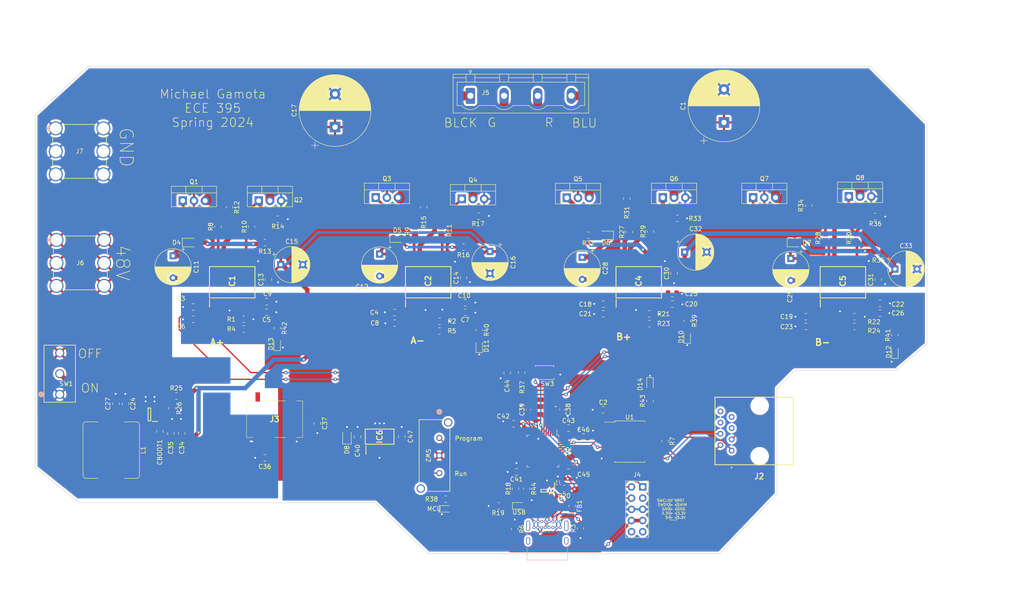
<source format=kicad_pcb>
(kicad_pcb (version 20211014) (generator pcbnew)
  (layers (0 "F.Cu" signal) (31 "B.Cu" signal) (34 "B.Paste" user) (35 "F.Paste" user) (36 "B.SilkS" user "B.Silkscreen") (37 "F.SilkS" user "F.Silkscreen") (38 "B.Mask" user) (39 "F.Mask" user) (44 "Edge.Cuts" user))
  (net 0 "")
  (net 1 "+48V")
  (net 2 "GND")
  (net 3 "3.3V")
  (net 4 "PWM_A1_A")
  (net 5 "PWM_A2_A")
  (net 6 "+5V")
  (net 7 "PWM_A1_B")
  (net 8 "PWM_A2_B")
  (net 9 "VCCA_A1")
  (net 10 "A+")
  (net 11 "VCCA_A2")
  (net 12 "A-")
  (net 13 "VCCB_A1")
  (net 14 "PWM_B1_A")
  (net 15 "PWM_B2_A")
  (net 16 "PWM_B1_B")
  (net 17 "PWM_B2_B")
  (net 18 "MasterPower")
  (net 19 "VCCA_B1")
  (net 20 "B+")
  (net 21 "VCCA_B2")
  (net 22 "B-")
  (net 23 "OSC_IN")
  (net 24 "OSC_OUT")
  (net 25 "3.3_STM")
  (net 26 "RST")
  (net 27 "+3.3V")
  (net 28 "CB")
  (net 29 "SW")
  (net 30 "DOUT_P")
  (net 31 "DOUT_N")
  (net 32 "D-")
  (net 33 "VBUS_USB")
  (net 34 "D+")
  (net 35 "Net-(D2-Pad1)")
  (net 37 "Net-(D4-Pad2)")
  (net 38 "Net-(D5-Pad2)")
  (net 39 "Net-(D6-Pad2)")
  (net 40 "Net-(D7-Pad2)")
  (net 41 "Net-(D9-Pad2)")
  (net 42 "Net-(D10-Pad2)")
  (net 43 "Net-(D11-Pad2)")
  (net 44 "Net-(D12-Pad2)")
  (net 45 "Net-(D13-Pad2)")
  (net 46 "Net-(D14-Pad2)")
  (net 47 "Net-(IC1-Pad5)")
  (net 48 "DT_A1")
  (net 49 "Net-(IC1-Pad10)")
  (net 52 "Net-(IC1-Pad15)")
  (net 53 "Net-(IC2-Pad5)")
  (net 54 "DT_A2")
  (net 55 "Net-(IC2-Pad10)")
  (net 58 "Net-(IC2-Pad15)")
  (net 59 "FB")
  (net 60 "Net-(IC4-Pad5)")
  (net 61 "DT_B1")
  (net 62 "Net-(IC4-Pad10)")
  (net 65 "Net-(IC4-Pad15)")
  (net 66 "Net-(IC5-Pad5)")
  (net 67 "DT_B2")
  (net 68 "Net-(IC5-Pad10)")
  (net 71 "Net-(IC5-Pad15)")
  (net 72 "CANH")
  (net 73 "CANL")
  (net 74 "5VCAN")
  (net 75 "GNDCAN")
  (net 81 "SWCLK")
  (net 82 "SWIM")
  (net 83 "SWDIO")
  (net 86 "Net-(Q2-Pad1)")
  (net 87 "Net-(Q4-Pad1)")
  (net 88 "Net-(Q6-Pad1)")
  (net 89 "Net-(Q8-Pad1)")
  (net 90 "Net-(J1-PadA5)")
  (net 91 "Net-(J1-PadB5)")
  (net 92 "CANRX")
  (net 93 "CANTX")
  (net 105 "VBUS_SENSE")
  (net 115 "Net-(Q1-Pad1)")
  (net 116 "Net-(Q3-Pad1)")
  (net 117 "Net-(Q5-Pad1)")
  (net 118 "Net-(Q7-Pad1)")
  (net 119 "VBUS")
  (net 121 "GND_5V")
  (footprint "Diode_SMD:D_0805_2012Metric" (layer "F.Cu") (at 253 167)
    (fp_text reference "D5")
    (fp_text value "D")
  )
  (footprint "Resistor_SMD:R_0805_2012Metric" (layer "F.Cu") (at 271.4 162 180)
    (fp_text reference "R17")
    (fp_text value "10k")
  )
  (footprint "SamacSys_Parts:SOT230P700X180-4N" (layer "F.Cu") (at 249 212 90)
    (fp_text reference "IC6")
    (fp_text value "TC1264-3.3VDBTR" hide)
  )
  (footprint "Package_TO_SOT_THT:TO-220-3_Vertical" (layer "F.Cu") (at 221.61 158.495)
    (fp_text reference "Q2")
    (fp_text value "IRF740")
  )
  (footprint "Resistor_SMD:R_0805_2012Metric" (layer "F.Cu") (at 310.35 165.5 90)
    (fp_text reference "R29")
    (fp_text value "10")
  )
  (footprint "Capacitor_SMD:C_0805_2012Metric" (layer "F.Cu") (at 277.9 197.52 -90)
    (fp_text reference "C44")
    (fp_text value ".1uF")
  )
  (footprint "Resistor_SMD:R_0805_2012Metric" (layer "F.Cu") (at 318.7 185.75 -90)
    (fp_text reference "R39")
    (fp_text value "330")
  )
  (footprint "screw:CONN_7807_KEY" (layer "F.Cu") (at 175.8 167.4)
    (fp_text reference "J6")
    (fp_text value "7807")
  )
  (footprint "Capacitor_SMD:C_0805_2012Metric" (layer "F.Cu") (at 299.7 181.95)
    (fp_text reference "C18")
    (fp_text value "0.1uF")
  )
  (footprint "Capacitor_SMD:C_0805_2012Metric" (layer "F.Cu") (at 254 212 90)
    (fp_text reference "C47")
    (fp_text value "10uF")
  )
  (footprint "Diode_SMD:D_0805_2012Metric" (layer "F.Cu") (at 300.3 166.35 180)
    (fp_text reference "D6")
    (fp_text value "D")
  )
  (footprint "Capacitor_SMD:C_0603_1608Metric" (layer "F.Cu") (at 282.7 205.874999 90)
    (fp_text reference "C39")
    (fp_text value "10pF")
  )
  (footprint "Package_TO_SOT_THT:TO-220-3_Vertical" (layer "F.Cu") (at 267.61 158.095)
    (fp_text reference "Q4")
    (fp_text value "IRF740")
  )
  (footprint "Resistor_SMD:R_0805_2012Metric" (layer "F.Cu") (at 279.5775 232.9375 -90)
    (fp_text reference "R6")
    (fp_text value "5.11k")
  )
  (footprint "Button_Switch_SMD:SW_Push_SPST_NO_Alps_SKRK" (layer "F.Cu") (at 286.387501 197.47 180)
    (fp_text reference "SW3")
    (fp_text value "SW_Push")
  )
  (footprint "SamacSys_Parts:SOIC127P1030X265-16N" (layer "F.Cu") (at 307.7 177 90)
    (fp_text reference "IC4")
    (fp_text value "NCP51561BADWR2G" hide)
  )
  (footprint "Capacitor_THT:CP_Radial_D16.0mm_P7.50mm" (layer "F.Cu") (at 238.9 141.812755 90)
    (fp_text reference "C17")
    (fp_text value "470uF")
  )
  (footprint "SamacSys_Parts:SOIC127P1030X265-16N" (layer "F.Cu") (at 215.6 177 90)
    (fp_text reference "IC1")
    (fp_text value "NCP51561BADWR2G" hide)
  )
  (footprint "Resistor_SMD:R_0805_2012Metric" (layer "F.Cu") (at 218.2 187.6)
    (fp_text reference "R4")
    (fp_text value "10k")
  )
  (footprint "Package_QFP:LQFP-48_7x7mm_P0.5mm" (layer "F.Cu") (at 285.9875 215.27 -90)
    (fp_text reference "U2")
    (fp_text value "STM32F103C8Tx")
  )
  (footprint "Resistor_SMD:R_0805_2012Metric" (layer "F.Cu") (at 220 164.4 90)
    (fp_text reference "R10")
    (fp_text value "10")
  )
  (footprint "Capacitor_SMD:C_0805_2012Metric" (layer "F.Cu") (at 252.375 183.845)
    (fp_text reference "C4")
    (fp_text value "0.1uF")
  )
  (footprint "Resistor_SMD:R_0805_2012Metric" (layer "F.Cu") (at 282.3 223.8 -90)
    (fp_text reference "R44")
    (fp_text value "82k")
  )
  (footprint "Capacitor_SMD:C_0805_2012Metric" (layer "F.Cu") (at 291.825 220.05)
    (fp_text reference "C45")
    (fp_text value ".1uF")
  )
  (footprint "Capacitor_THT:CP_Radial_D8.0mm_P5.00mm" (layer "F.Cu") (at 274 170 -90)
    (fp_text reference "C16")
    (fp_text value "4.7uF")
  )
  (footprint "Capacitor_SMD:C_0805_2012Metric" (layer "F.Cu") (at 279.375 209.1 180)
    (fp_text reference "C42")
    (fp_text value ".1uF")
  )
  (footprint "Resistor_SMD:R_0805_2012Metric" (layer "F.Cu") (at 310.125 186.375)
    (fp_text reference "R23")
    (fp_text value "10k")
  )
  (footprint "Resistor_SMD:R_0805_2012Metric" (layer "F.Cu") (at 259 160 -90)
    (fp_text reference "R15")
    (fp_text value "10k")
  )
  (footprint "Capacitor_SMD:C_0805_2012Metric" (layer "F.Cu") (at 315.7 175 90)
    (fp_text reference "C30")
    (fp_text value "0.1uF")
  )
  (footprint "Resistor_SMD:R_0805_2012Metric" (layer "F.Cu") (at 257 165.445 90)
    (fp_text reference "R9")
    (fp_text value "10")
  )
  (footprint "Capacitor_THT:CP_Radial_D8.0mm_P5.00mm" (layer "F.Cu") (at 318.097349 170.15)
    (fp_text reference "C32")
    (fp_text value "4.7uF")
  )
  (footprint "Resistor_SMD:R_0805_2012Metric" (layer "F.Cu") (at 263 165.445 90)
    (fp_text reference "R11")
    (fp_text value "10")
  )
  (footprint "switch182:SW3_1825255-1_TEC" (layer "F.Cu") (at 262.5172 212.28495 -90)
    (fp_text reference "SW2")
    (fp_text value "1825255-1")
  )
  (footprint "Resistor_SMD:R_0805_2012Metric" (layer "F.Cu") (at 212.4 164.4 90)
    (fp_text reference "R8")
    (fp_text value "10")
  )
  (footprint "Capacitor_SMD:C_0805_2012Metric" (layer "F.Cu") (at 268.375 181.645 180)
    (fp_text reference "C10")
    (fp_text value "0.1uF")
  )
  (footprint "LED_SMD:LED_0603_1608Metric" (layer "F.Cu") (at 365.75 192.7875 90)
    (fp_text reference "D12")
    (fp_text value "LED")
  )
  (footprint "Capacitor_SMD:C_0805_2012Metric" (layer "F.Cu") (at 243.999998 212 90)
    (fp_text reference "C40")
    (fp_text value "10uF")
  )
  (footprint "Resistor_SMD:R_0805_2012Metric" (layer "F.Cu") (at 350 167 90)
    (fp_text reference "R28")
    (fp_text value "10")
  )
  (footprint "Resistor_SMD:R_0805_2012Metric" (layer "F.Cu") (at 294.5 232.8 90)
    (fp_text reference "R3")
    (fp_text value "5.11k")
  )
  (footprint "Resistor_SMD:R_0805_2012Metric" (layer "F.Cu") (at 223 168 180)
    (fp_text reference "R13")
    (fp_text value "10")
  )
  (footprint "Diode_SMD:D_0805_2012Metric" (layer "F.Cu") (at 241.6 212 90)
    (fp_text reference "D8")
    (fp_text value "D_Zener")
  )
  (footprint "Capacitor_SMD:C_0603_1608Metric" (layer "F.Cu") (at 290.3 205.875 -90)
    (fp_text reference "C38")
    (fp_text value "10pF")
  )
  (footprint "LED_SMD:LED_0603_1608Metric" (layer "F.Cu") (at 318.7 189.35 90)
    (fp_text reference "D10")
    (fp_text value "LED")
  )
  (footprint "Resistor_SMD:R_0805_2012Metric" (layer "F.Cu") (at 218.2 185.4)
    (fp_text reference "R1")
    (fp_text value "20k")
  )
  (footprint "Resistor_SMD:R_0805_2012Metric" (layer "F.Cu") (at 279.8 223.8 90)
    (fp_text reference "R18")
    (fp_text value "33k")
  )
  (footprint "Resistor_SMD:R_0805_2012Metric" (layer "F.Cu") (at 296.3 166.35)
    (fp_text reference "R32")
    (fp_text value "10")
  )
  (footprint "SamacSys_Parts:PDS1S24S5MTR" (layer "F.Cu") (at 225.2 208.05)
    (fp_text reference "J3")
    (fp_text value "PDS1-S24-S5-M-TR" hide)
  )
  (footprint "LED_SMD:LED_0603_1608Metric" (layer "F.Cu") (at 280.5875 227.67)
    (fp_text reference "USB")
    (fp_text value "LED")
  )
  (footprint "Resistor_SMD:R_0805_2012Metric" (layer "F.Cu") (at 271.575 187.845 -90)
    (fp_text reference "R40")
    (fp_text value "330")
  )
  (footprint "SamacSys_Parts:SOT95P280X145-6N" (layer "F.Cu") (at 286.9875 224.27 -90)
    (fp_text reference "D1" hide)
    (fp_text value "82400102" hide)
  )
  (footprint "Resistor_SMD:R_0805_2012Metric" (layer "F.Cu") (at 202.95 202.8 180)
    (fp_text reference "R25")
    (fp_text value "100k")
  )
  (footprint "100S:100SP1T1_EWI" (layer "F.Cu") (at 176.5334 202.420101 180)
    (fp_text reference "SW1")
    (fp_text value "SW_SPDT")
  )
  (footprint "Capacitor_SMD:C_0805_2012Metric" (layer "F.Cu") (at 280 220 180)
    (fp_text reference "C41")
    (fp_text value ".1uF")
  )
  (footprint "Capacitor_SMD:C_0805_2012Metric" (layer "F.Cu") (at 206.8 182.6)
    (fp_text reference "C3")
    (fp_text value "0.1uF")
  )
  (footprint "Resistor_SMD:R_0805_2012Metric" (layer "F.Cu") (at 310.125 184.175)
    (fp_text reference "R21")
    (fp_text value "20k")
  )
  (footprint "Diode_SMD:D_0805_2012Metric" (layer "F.Cu") (at 206 168)
    (fp_text reference "D4")
    (fp_text value "D")
  )
  (footprint "Capacitor_SMD:C_0805_2012Metric" (layer "F.Cu") (at 291.7875 210.07)
    (fp_text reference "C43")
    (fp_text value ".1uF")
  )
  (footprint "Connector_Phoenix_GMSTB:PhoenixContact_GMSTBVA_2,5_4-G-7,62_1x04_P7.62mm_Vertical" (layer "F.Cu") (at 269.57 134.7225)
    (fp_text reference "J5")
    (fp_text value "1984633")
  )
  (footprint "Package_TO_SOT_THT:TO-220-3_Vertical" (layer "F.Cu") (at 333.61 157.795)
    (fp_text reference "Q7")
    (fp_text value "IRF740")
  )
  (footprint "Capacitor_SMD:C_0805_2012Metric" (layer "F.Cu") (at 345.55 187)
    (fp_text reference "C23")
    (fp_text value "0.1uF")
  )
  (footprint "Capacitor_SMD:C_0805_2012Metric" (layer "F.Cu") (at 189.249998 204.55 -90)
    (fp_text reference "C27")
    (fp_text value "4.7uF")
  )
  (footprint "Resistor_SMD:R_0805_2012Metric" (layer "F.Cu") (at 225.8 187.4 -90)
    (fp_text reference "R42")
    (fp_text value "330")
  )
  (footprint "Resistor_SMD:R_0805_2012Metric" (layer "F.Cu") (at 292.625 227.75 -90)
    (fp_text reference "FB1")
    (fp_text value "FerriteBead")
  )
  (footprint "Package_TO_SOT_THT:TO-220-3_Vertical" (layer "F.Cu") (at 291.4 157.85)
    (fp_text reference "Q5")
    (fp_text value "IRF740")
  )
  (footprint "Diode_SMD:D_0805_2012Metric" (layer "F.Cu") (at 343 168)
    (fp_text reference "D7")
    (fp_text value "D")
  )
  (footprint "Resistor_SMD:R_0805_2012Metric" (layer "F.Cu") (at 275.9875 227.67 180)
    (fp_text reference "R19")
    (fp_text value "330")
  )
  (footprint "Capacitor_SMD:C_0805_2012Metric" (layer "F.Cu") (at 199.200001 210.8 -90)
    (fp_text reference "CBOOT1")
    (fp_text value "0.1uF")
  )
  (footprint "Resistor_SMD:R_0805_2012Metric" (layer "F.Cu") (at 356.55 187)
    (fp_text reference "R24")
    (fp_text value "10k")
  )
  (footprint "Resistor_SMD:R_0805_2012Metric" (layer "F.Cu") (at 215 160 -90)
    (fp_text reference "R12")
    (fp_text value "10k")
  )
  (footprint "Resistor_SMD:R_0805_2012Metric" (layer "F.Cu") (at 263.9625 226.175)
    (fp_text reference "R38")
    (fp_text value "330")
  )
  (footprint "Resistor_SMD:R_0805_2012Metric" (layer "F.Cu") (at 313.675 213.045 -90)
    (fp_text reference "R7")
    (fp_text value "120")
  )
  (footprint "Capacitor_SMD:C_0805_2012Metric" (layer "F.Cu") (at 223.4 181.4 180)
    (fp_text reference "C9")
    (fp_text value "0.1uF")
  )
  (footprint "Capacitor_THT:CP_Radial_D8.0mm_P5.00mm" (layer "F.Cu") (at 202.2 171 -90)
    (fp_text reference "C11")
    (fp_text value "4.7uF")
  )
  (footprint "Capacitor_SMD:C_0805_2012Metric" (layer "F.Cu") (at 252.375 186.245)
    (fp_text reference "C8")
    (fp_text value "0.1uF")
  )
  (footprint "Capacitor_THT:CP_Radial_D8.0mm_P5.00mm" (layer "F.Cu") (at 294.9 171.347349 -90)
    (fp_text reference "C28")
    (fp_text value "4.7uF")
  )
  (footprint "Capacitor_SMD:C_0805_2012Metric" (layer "F.Cu") (at 315.3 179.55 180)
    (fp_text reference "C25")
    (fp_text value "0.1uF")
  )
  (footprint "SamacSys_Parts:54602908LF" (layer "F.Cu") (at 328.75 215.165 90)
    (fp_text reference "J2")
    (fp_text value "54602-908LF" hide)
  )
  (footprint "LED_SMD:LED_0603_1608Metric" (layer "F.Cu") (at 271.575 191.445 90)
    (fp_text reference "D11")
    (fp_text value "LED")
  )
  (footprint "Resistor_SMD:R_0805_2012Metric" (layer "F.Cu") (at 305 158 -90)
    (fp_text reference "R31")
    (fp_text value "10k")
  )
  (footprint "SamacSys_Parts:SOIC127P1030X265-16N" (layer "F.Cu") (at 353.95 177 90)
    (fp_text reference "IC5")
    (fp_text value "NCP51561BADWR2G" hide)
  )
  (footprint "SamacSys_Parts:SOIC127P1030X265-16N" (layer "F.Cu") (at 260 177 90)
    (fp_text reference "IC2")
    (fp_text value "NCP51561BADWR2G" hide)
  )
  (footprint "Capacitor_SMD:C_0805_2012Metric" (layer "F.Cu") (at 268.375 183.845 180)
    (fp_text reference "C7")
    (fp_text value "1uF")
  )
  (footprint "Capacitor_SMD:C_0805_2012Metric" (layer "F.Cu") (at 315.3 181.95 180)
    (fp_text reference "C20")
    (fp_text value "1uF")
  )
  (footprint "Capacitor_SMD:C_0805_2012Metric" (layer "F.Cu") (at 201.7 211.3 -90)
    (fp_text reference "C35")
    (fp_text value "4.7uF")
  )
  (footprint "Resistor_SMD:R_0805_2012Metric" (layer "F.Cu") (at 281.187501 197.47 90)
    (fp_text reference "R37")
    (fp_text value "1K")
  )
  (footprint "Capacitor_SMD:C_0805_2012Metric" (layer "F.Cu") (at 206.8 185.4)
    (fp_text reference "C6")
    (fp_text value "0.1uF")
  )
  (footprint "Capacitor_THT:CP_Radial_D16.0mm_P7.50mm" (layer "F.Cu") (at 327 140.762755 90)
    (fp_text reference "C1")
    (fp_text value "470uF")
  )
  (footprint "SamacSys_Parts:SOT95P280X145-6N" (layer "F.Cu") (at 196.85 206.949998 180)
    (fp_text reference "IC3" hide)
    (fp_text value "LMR51610XDBVR" hide)
  )
  (footprint "Resistor_SMD:R_0805_2012Metric" (layer "F.Cu") (at 305.555 165.61 90)
    (fp_text reference "R27")
    (fp_text value "10")
  )
  (footprint "Resistor_SMD:R_0805_2012Metric" (layer "F.Cu") (at 316.45 162.5 180)
    (fp_text reference "R33")
    (fp_text value "10k")
  )
  (footprint "Capacitor_SMD:C_0805_2012Metric" (layer "F.Cu") (at 361.95 176.4 90)
    (fp_text reference "C31")
    (fp_text value "0.1uF")
  )
  (footprint "Package_TO_SOT_THT:TO-220-3_Vertical" (layer "F.Cu") (at 248.11 157.795)
    (fp_text reference "Q3")
    (fp_text value "IRF740")
  )
  (footprint "Capacitor_THT:CP_Radial_D8.0mm_P5.00mm" (layer "F.Cu") (at 249 170.597349 -90)
    (fp_text reference "C12")
    (fp_text value "4.7uF")
  )
  (footprint "Package_TO_SOT_THT:TO-220-3_Vertical" (layer "F.Cu") (at 313.16 157.795)
    (fp_text reference "Q6")
    (fp_text value "IRF740")
  )
  (footprint "Capacitor_SMD:C_0805_2012Metric" (layer "F.Cu") (at 223 216.8 180)
    (fp_text reference "C36")
    (fp_text value "4.7uF")
  )
  (footprint "Resistor_SMD:R_0805_2012Metric" (layer "F.Cu") (at 361.3 162.1 180)
    (fp_text reference "R36")
    (fp_text value "10k")
  )
  (footprint "Resistor_SMD:R_0805_2012Metric" (layer "F.Cu") (at 346.25 159.6 -90)
    (fp_text reference "R34")
    (fp_text value "10k")
  )
  (footprint "LED_SMD:LED_0603_1608Metric" (layer "F.Cu") (at 225.8 191 90)
    (fp_text reference "D13")
    (fp_text value "LED")
  )
  (footprint "Capacitor_SMD:C_0805_2012Metric" (layer "F.Cu") (at 295.175 212.1)
    (fp_text reference "C46")
    (fp_text value ".1uF")
  )
  (footprint "Capacitor_SMD:C_0805_2012Metric" (layer "F.Cu") (at 204.2 211.3 90)
    (fp_text reference "C34")
    (fp_text value "10uF")
  )
  (footprint "LED_SMD:LED_0603_1608Metric" (layer "F.Cu") (at 263.9625 228.375)
    (fp_text reference "MCU")
    (fp_text value "LED")
  )
  (footprint "Capacitor_SMD:C_0805_2012Metric" (layer "F.Cu") (at 234.9 209 -90)
    (fp_text reference "C37")
    (fp_text value "10uF")
  )
  (footprint "Capacitor_THT:CP_Radial_D8.0mm_P5.00mm" (layer "F.Cu") (at 342.15 171.597349 -90)
    (fp_text reference "C29")
    (fp_text value "4.7uF")
  )
  (footprint "Resistor_SMD:R_0805_2012Metric" (layer "F.Cu") (at 225.95 162.7 180)
    (fp_text reference "R14")
    (fp_text value "10k")
  )
  (footprint "Capacitor_SMD:C_0805_2012Metric" (layer "F.Cu") (at 362.35 181.8 180)
    (fp_text reference "C22")
    (fp_text value "1uF")
  )
  (footprint "Resistor_SMD:R_0805_2012Metric" (layer "F.Cu") (at 365.75 189 -90)
    (fp_text reference "R41")
    (fp_text value "330")
  )
  (footprint "Resistor_SMD:R_0805_2012Metric" (layer "F.Cu") (at 201.95 205.55 -90)
    (fp_text reference "R26")
    (fp_text value "3.48k")
  )
  (footprint "Capacitor_SMD:C_0805_2012Metric" (layer "F.Cu") (at 345.55 184.8)
    (fp_text reference "C19")
    (fp_text value "0.1uF")
  )
  (footprint "screw:CONN_7807_KEY" (layer "F.Cu") (at 175.630501 142.1075)
    (fp_text reference "J7")
    (fp_text value "7807")
  )
  (footprint "Resistor_SMD:R_0805_2012Metric" (layer "F.Cu") (at 262.575 185.845)
    (fp_text reference "R2")
    (fp_text value "20k")
  )
  (footprint "Package_TO_SOT_THT:TO-220-3_Vertical" (layer "F.Cu") (at 355.3 157.55)
    (fp_text reference "Q8")
    (fp_text value "IRF740")
  )
  (footprint "Capacitor_THT:CP_Radial_D8.0mm_P5.00mm" (layer "F.Cu") (at 226.597349 173)
    (fp_text reference "C15")
    (fp_text value "4.7uF")
  )
  (footprint "Capacitor_SMD:C_0805_2012Metric" (layer "F.Cu") (at 268 176 90)
    (fp_text reference "C14")
    (fp_text value "0.1uF")
  )
  (footprint "SamacSys_Parts:ECS801033CHNTR3" (layer "F.Cu") (at 286.575 206.075 180)
    (fp_text reference "Y1" hide)
    (fp_text value "Crystal_GND24" hide)
  )
  (footprint "Resistor_SMD:R_0805_2012Metric" (layer "F.Cu") (at 262.575 188.045)
    (fp_text reference "R5")
    (fp_text value "10k")
  )
  (footprint "Resistor_SMD:R_0805_2012Metric" (layer "F.Cu") (at 362 170 180)
    (fp_text reference "R35")
    (fp_text value "10")
  )
  (footprint "Capacitor_SMD:C_0805_2012Metric" (layer "F.Cu") (at 191.45 204.550001 -90)
    (fp_text reference "C24")
    (fp_text value "0.1uF")
  )
  (footprint "LED_SMD:LED_0603_1608Metric" (layer "F.Cu") (at 310.25 200.107501 -90)
    (fp_text reference "D14")
    (fp_text value "LED")
  )
  (footprint "Resistor_SMD:R_0805_2012Metric" (layer "F.Cu") (at 290.8 223.775 180)
    (fp_text reference "R20")
    (fp_text value "1.5k")
  )
  (footprint "Capacitor_SMD:C_0805_2012Metric" (layer "F.Cu") (at 223.399999 183.8 180)
    (fp_text reference "C5")
    (fp_text value "1uF")
  )
  (footprint "Resistor_SMD:R_0805_2012Metric" (layer "F.Cu") (at 356.55 184.8)
    (fp_text reference "R22")
    (fp_text value "20k")
  )
  (footprint "Capacitor_SMD:C_0805_2012Metric" (layer "F.Cu") (at 299.7 184.15)
    (fp_text reference "C21")
    (fp_text value "0.1uF")
  )
  (footprint "Capacitor_THT:CP_Radial_D8.0mm_P5.00mm" (layer "F.Cu") (at 365.747349 174)
    (fp_text reference "C33")
    (fp_text value "4.7uF")
  )
  (footprint "Package_TO_SOT_THT:TO-220-3_Vertical" (layer "F.Cu") (at 204.4 158.5)
    (fp_text reference "Q1")
    (fp_text value "IRF740")
  )
  (footprint "Package_SO:SOP-8_6.62x9.15mm_P2.54mm" (layer "F.Cu") (at 305.65 213.12)
    (fp_text reference "U1")
    (fp_text value "ISO1050DUB")
  )
  (footprint "Resistor_SMD:R_0805_2012Metric" (layer "F.Cu") (at 310.25 203.907499 90)
    (fp_text reference "R43")
    (fp_text value "330")
  )
  (footprint "Inductor_SMD:L_Bourns_SRR1260" (layer "F.Cu") (at 188.2 215.05 -90)
    (fp_text reference "L1")
    (fp_text value "82uH")
  )
  (footprint "Capacitor_SMD:C_0805_2012Metric" (layer "F.Cu") (at 223.8 176.4 90)
    (fp_text reference "C13")
    (fp_text value "0.1uF")
  )
  (footprint "Resistor_SMD:R_0805_2012Metric" (layer "F.Cu") (at 357 167 90)
    (fp_text reference "R30")
    (fp_text value "10")
  )
  (footprint "Connector_PinSocket_2.54mm:PinSocket_2x05_P2.54mm_Vertical" (layer "F.Cu") (at 308.6 223.4)
    (fp_text reference "J4")
    (fp_text value "Conn_02x05_Odd_Even")
  )
  (footprint "Capacitor_SMD:C_0805_2012Metric" (layer "F.Cu") (at 362.35 184 180)
    (fp_text reference "C26")
    (fp_text value "0.1uF")
  )
  (footprint "Capacitor_SMD:C_0805_2012Metric" (layer "F.Cu") (at 299.650001 205.92)
    (fp_text reference "C2")
    (fp_text value "0.1uF")
  )
  (footprint "Resistor_SMD:R_0805_2012Metric" (layer "F.Cu") (at 268 169 180)
    (fp_text reference "R16")
    (fp_text value "10")
  )
  (footprint "Connector_USB:USB_C_Receptacle_GCT_USB4085" (layer "B.Cu") (at 289.95 231.25 180)
    (fp_text reference "J1")
    (fp_text value "USB4085-GF-A_REVA4")
  )
  (gr_poly (pts (xy 314.839652 226.2) (xy 316.299999 226.2) (xy 316.3 230.918288) (xy 314.839652 230.918288)) (layer "F.SilkS") (width 0.1) (fill none))
  (gr_line (start 366 197) (end 373 191) (layer "Edge.Cuts") (width 0.1))
  (gr_line (start 171 139) (end 171 219) (layer "Edge.Cuts") (width 0.1))
  (gr_line (start 248 227) (end 181 227) (layer "Edge.Cuts") (width 0.1))
  (gr_line (start 360 128) (end 183 128) (layer "Edge.Cuts") (width 0.1))
  (gr_line (start 326 238.55) (end 339 225) (layer "Edge.Cuts") (width 0.1))
  (gr_line (start 260 238.55) (end 326 238.55) (layer "Edge.Cuts") (width 0.1))
  (gr_line (start 339 201) (end 343 197) (layer "Edge.Cuts") (width 0.1))
  (gr_line (start 181 227) (end 171 219) (layer "Edge.Cuts") (width 0.1))
  (gr_line (start 343 197) (end 366 197) (layer "Edge.Cuts") (width 0.1))
  (gr_line (start 373 191) (end 373 141) (layer "Edge.Cuts") (width 0.1))
  (gr_line (start 260 238.55) (end 248 227) (layer "Edge.Cuts") (width 0.1))
  (gr_line (start 339 225) (end 339 201) (layer "Edge.Cuts") (width 0.1))
  (gr_line (start 183 128) (end 171 139) (layer "Edge.Cuts") (width 0.1))
  (gr_line (start 373 141) (end 360 128) (layer "Edge.Cuts") (width 0.1))
  (gr_text "Program" (at 269.2 212.4) (layer "F.SilkS") (effects (font (size 1 1))))
  (gr_text "G" (at 274.4 140.8) (layer "F.SilkS") (effects (font (size 2 2))))
  (gr_text "SWCLK•\nSWDIO•\nGND•\n3.3V•\n5V•" (at 315.6 228.4) (layer "F.SilkS") (effects (font (size 0.6 0.6) (thickness 0.1)) (justify right)))
  (gr_text "48V" (at 190.8 172.6 270) (layer "F.SilkS") (effects (font (size 3 3))))
  (gr_text "A+" (at 212.2 190.6) (layer "F.SilkS") (effects (font (size 1.5 1.5) (thickness 0.3))))
  (gr_text "B+" (at 304.3 189.35) (layer "F.SilkS") (effects (font (size 1.5 1.5) (thickness 0.3))))
  (gr_text "OFF" (at 183.4 193.2) (layer "F.SilkS") (effects (font (size 2 2))))
  (gr_text "Run" (at 267.4 220.4) (layer "F.SilkS") (effects (font (size 1 1))))
  (gr_text "Michael Gamota\nECE 395\nSpring 2024" (at 211.2 137.55) (layer "F.SilkS") (effects (font (size 2 2))))
  (gr_text "GND" (at 191.6 146.4 270) (layer "F.SilkS") (effects (font (size 3 3))))
  (gr_text "A-" (at 257.6 190.2) (layer "F.SilkS") (effects (font (size 1.5 1.5) (thickness 0.3))))
  (gr_text "ON\n" (at 183.4 201) (layer "F.SilkS") (effects (font (size 2 2))))
  (gr_text "BLCK" (at 267.35 140.85) (layer "F.SilkS") (effects (font (size 2 2))))
  (gr_text "B-" (at 349.35 190.6) (layer "F.SilkS") (effects (font (size 1.5 1.5) (thickness 0.3))))
  (gr_text "BLU" (at 295.4 140.9) (layer "F.SilkS") (effects (font (size 2 2))))
  (gr_text "R" (at 287.4 140.8) (layer "F.SilkS") (effects (font (size 2 2))))
  (gr_text "•RST\n•SWIM\n•GND\n•3.3V\n•5.0V" (at 315.6 228.4) (layer "F.SilkS") (effects (font (size 0.6 0.6) (thickness 0.1)) (justify left)))
  (segment (start 273.75 161.95) (end 272.4625 161.95) (width 0.8) (layer "F.Cu") (net 2))
  (segment (start 317.3625 162.5) (end 318.65 162.5) (width 0.8) (layer "F.Cu") (net 2))
  (segment (start 362.2125 162.1) (end 363.55 162.1) (width 0.8) (layer "F.Cu") (net 2))
  (segment (start 363.5 177.4) (end 362 177.4) (width 0.8) (layer "F.Cu") (net 2))
  (segment (start 315.7 177.2) (end 315.7 175.95) (width 0.8) (layer "F.Cu") (net 2))
  (segment (start 225.65 177.35) (end 226 177) (width 0.6) (layer "F.Cu") (net 2))
  (segment (start 221.475 172.225) (end 220.045 172.225) (width 0.8) (layer "F.Cu") (net 2))
  (segment (start 228.19375 162.7) (end 226.90625 162.7) (width 0.8) (layer "F.Cu") (net 2))
  (segment (start 191.4 202.3) (end 191.4 203.550001) (width 0.8) (layer "F.Cu") (net 2))
  (segment (start 191.4 203.550001) (end 191.45 203.600001) (width 0.8) (layer "F.Cu") (net 2))
  (segment (start 269.45 176.95) (end 268 176.95) (width 0.8) (layer "F.Cu") (net 2))
  (segment (start 189.2 203.550002) (end 189.249998 203.6) (width 0.8) (layer "F.Cu") (net 2))
  (segment (start 220.8 216.8) (end 222.05 216.8) (width 0.8) (layer "F.Cu") (net 2))
  (segment (start 362 177.4) (end 361.95 177.35) (width 0.8) (layer "F.Cu") (net 2))
  (segment (start 189.2 202.3) (end 189.2 203.550002) (width 0.8) (layer "F.Cu") (net 2))
  (segment (start 358.42 172.2) (end 358.395 172.225) (width 0.8) (layer "F.Cu") (net 2))
  (segment (start 220.1 213.1) (end 221.39 213.1) (width 0.8) (layer "F.Cu") (net 2))
  (segment (start 266 172.225) (end 266.1 172.325) (width 0.6) (layer "F.Cu") (net 2))
  (segment (start 223.8 177.35) (end 225.65 177.35) (width 0.6) (layer "F.Cu") (net 2))
  (segment (start 313.575 172.225) (end 313.6 172.2) (width 0.8) (layer "F.Cu") (net 2))
  (segment (start 359.8 172.2) (end 358.42 172.2) (width 0.8) (layer "F.Cu") (net 2))
  (segment (start 312.145 172.225) (end 313.575 172.225) (width 0.8) (layer "F.Cu") (net 2))
  (segment (start 264.445 172.225) (end 266 172.225) (width 0.6) (layer "F.Cu") (net 2))
  (via (at 363.5 177.4) (size 0.8) (drill 0.4) (layers "F.Cu" "B.Cu") (net 2))
  (via (at 202 208) (size 0.8) (drill 0.4) (layers "F.Cu" "B.Cu") (net 2))
  (via (at 220.1 213.1) (size 0.8) (drill 0.4) (layers "F.Cu" "B.Cu") (net 2))
  (via (at 221.475 172.225) (size 0.8) (drill 0.4) (layers "F.Cu" "B.Cu") (net 2))
  (via (at 198 203) (size 0.8) (drill 0.4) (layers "F.Cu" "B.Cu") (net 2))
  (via (at 363.55 162.1) (size 0.8) (drill 0.4) (layers "F.Cu" "B.Cu") (net 2))
  (via (at 226 177) (size 0.8) (drill 0.4) (layers "F.Cu" "B.Cu") (net 2))
  (via (at 313.6 172.2) (size 0.8) (drill 0.4) (layers "F.Cu" "B.Cu") (net 2))
  (via (at 273.75 161.95) (size 0.8) (drill 0.4) (layers "F.Cu" "B.Cu") (net 2))
  (via (at 359.8 172.2) (size 0.8) (drill 0.4) (layers "F.Cu" "B.Cu") (net 2))
  (via (at 220.8 216.8) (size 0.8) (drill 0.4) (layers "F.Cu" "B.Cu") (net 2))
  (via (at 191.4 202.3) (size 0.8) (drill 0.4) (layers "F.Cu" "B.Cu") (net 2))
  (via (at 228.19375 162.7) (size 0.8) (drill 0.4) (layers "F.Cu" "B.Cu") (net 2))
  (via (at 196 204) (size 0.8) (drill 0.4) (layers "F.Cu" "B.Cu") (net 2))
  (via (at 315.7 177.2) (size 0.8) (drill 0.4) (layers "F.Cu" "B.Cu") (net 2))
  (via (at 266.1 172.325) (size 0.8) (drill 0.4) (layers "F.Cu" "B.Cu") (net 2))
  (via (at 204 206) (size 0.8) (drill 0.4) (layers "F.Cu" "B.Cu") (net 2))
  (via (at 198 204) (size 0.8) (drill 0.4) (layers "F.Cu" "B.Cu") (net 2))
  (via (at 196 203) (size 0.8) (drill 0.4) (layers "F.Cu" "B.Cu") (net 2))
  (via (at 318.65 162.5) (size 0.8) (drill 0.4) (layers "F.Cu" "B.Cu") (net 2))
  (via (at 269.45 176.95) (size 0.8) (drill 0.4) (layers "F.Cu" "B.Cu") (net 2))
  (via (at 204 208) (size 0.8) (drill 0.4) (layers "F.Cu" "B.Cu") (net 2))
  (via (at 189.2 202.3) (size 0.8) (drill 0.4) (layers "F.Cu" "B.Cu") (net 2))
  (segment (start 278.575 238.1) (end 270.4 229.925) (width 0.25) (layer "F.Cu") (net 3))
  (segment (start 299 238.1) (end 278.575 238.1) (width 0.25) (layer "F.Cu") (net 3))
  (segment (start 300.8 236.3) (end 299 238.1) (width 0.25) (layer "F.Cu") (net 3))
  (segment (start 270.4 220.16775) (end 262.5172 212.28495) (width 0.25) (layer "F.Cu") (net 3))
  (segment (start 270.4 229.925) (end 270.4 220.16775) (width 0.25) (layer "F.Cu") (net 3))
  (segment (start 308.6 231.02) (end 306.06 231.02) (width 0.8) (layer "F.Cu") (net 3))
  (via (at 300.8 236.3) (size 0.8) (drill 0.4) (layers "F.Cu" "B.Cu") (net 3))
  (segment (start 300.8 236.3) (end 306.06 231.04) (width 0.25) (layer "B.Cu") (net 3))
  (segment (start 306.06 231.04) (end 306.06 231.02) (width 0.25) (layer "B.Cu") (net 3))
  (segment (start 204.725 183.975) (end 203.6 185.1) (width 0.3) (layer "F.Cu") (net 4))
  (segment (start 207.75 182.6) (end 207.75 183.15) (width 0.3) (layer "F.Cu") (net 4))
  (segment (start 208.575 181.775) (end 211.155 181.775) (width 0.3) (layer "F.Cu") (net 4))
  (segment (start 206.925 183.975) (end 204.725 183.975) (width 0.3) (layer "F.Cu") (net 4))
  (segment (start 203.6 185.1) (end 203.6 187.7) (width 0.3) (layer "F.Cu") (net 4))
  (segment (start 238.95 199) (end 260.125 199) (width 0.3) (layer "F.Cu") (net 4))
  (segment (start 207.75 182.6) (end 208.575 181.775) (width 0.3) (layer "F.Cu") (net 4))
  (segment (start 207.75 183.15) (end 206.925 183.975) (width 0.3) (layer "F.Cu") (net 4))
  (segment (start 214.9 199) (end 227.75 199) (width 0.3) (layer "F.Cu") (net 4))
  (segment (start 276.645 215.52) (end 281.825 215.52) (width 0.3) (layer "F.Cu") (net 4))
  (segment (start 260.125 199) (end 276.645 215.52) (width 0.3) (layer "F.Cu") (net 4))
  (segment (start 203.6 187.7) (end 214.9 199) (width 0.3) (layer "F.Cu") (net 4))
  (via (at 238.95 199) (size 0.8) (drill 0.4) (layers "F.Cu" "B.Cu") (net 4))
  (via (at 227.75 199) (size 0.8) (drill 0.4) (layers "F.Cu" "B.Cu") (net 4))
  (segment (start 227.75 199) (end 238.95 199) (width 0.3) (layer "B.Cu") (net 4))
  (segment (start 252.07 185.1) (end 253.325 183.845) (width 0.25) (layer "F.Cu") (net 5))
  (segment (start 277.97 214.52) (end 253.95 190.5) (width 0.25) (layer "F.Cu") (net 5))
  (segment (start 253.95 190.5) (end 252.8 190.5) (width 0.25) (layer "F.Cu") (net 5))
  (segment (start 281.825 214.52) (end 277.97 214.52) (width 0.25) (layer "F.Cu") (net 5))
  (segment (start 253.325 183.845) (end 253.485 183.845) (width 0.3) (layer "F.Cu") (net 5))
  (segment (start 253.485 183.845) (end 255.555 181.775) (width 0.3) (layer "F.Cu") (net 5))
  (segment (start 249.5 185.9) (end 250.3 185.1) (width 0.25) (layer "F.Cu") (net 5))
  (segment (start 252.8 190.5) (end 249.5 187.2) (width 0.25) (layer "F.Cu") (net 5))
  (segment (start 250.3 185.1) (end 252.07 185.1) (width 0.25) (layer "F.Cu") (net 5))
  (segment (start 249.5 187.2) (end 249.5 185.9) (width 0.25) (layer "F.Cu") (net 5))
  (segment (start 219.825 197.475) (end 227.75 197.475) (width 0.3) (layer "F.Cu") (net 7))
  (segment (start 277.345 215.02) (end 281.825 215.02) (width 0.3) (layer "F.Cu") (net 7))
  (segment (start 238.95 197.475) (end 259.8 197.475) (width 0.3) (layer "F.Cu") (net 7))
  (segment (start 212.425 181.775) (end 212.425 182.325) (width 0.3) (layer "F.Cu") (net 7))
  (segment (start 212.425 182.325) (end 209.35 185.4) (width 0.3) (layer "F.Cu") (net 7))
  (segment (start 207.75 185.4) (end 219.825 197.475) (width 0.3) (layer "F.Cu") (net 7))
  (segment (start 259.8 197.475) (end 277.345 215.02) (width 0.3) (layer "F.Cu") (net 7))
  (segment (start 209.35 185.4) (end 207.75 185.4) (width 0.3) (layer "F.Cu") (net 7))
  (segment (start 212.425 182.405) (end 212.425 181.775) (width 0.3) (layer "F.Cu") (net 7))
  (via (at 227.75 197.475) (size 0.8) (drill 0.4) (layers "F.Cu" "B.Cu") (net 7))
  (via (at 238.95 197.475) (size 0.8) (drill 0.4) (layers "F.Cu" "B.Cu") (net 7))
  (segment (start 227.75 197.475) (end 238.95 197.475) (width 0.3) (layer "B.Cu") (net 7))
  (segment (start 253.325 186.245) (end 253.325 188.775) (width 0.3) (layer "F.Cu") (net 8))
  (segment (start 253.325 186.245) (end 256.825 182.745) (width 0.3) (layer "F.Cu") (net 8))
  (segment (start 253.325 188.775) (end 278.57 214.02) (width 0.3) (layer "F.Cu") (net 8))
  (segment (start 256.825 182.745) (end 256.825 181.775) (width 0.3) (layer "F.Cu") (net 8))
  (segment (start 278.57 214.02) (end 281.825 214.02) (width 0.3) (layer "F.Cu") (net 8))
  (segment (start 202.2 171) (end 202.2 170.8625) (width 1) (layer "F.Cu") (net 9))
  (segment (start 209.93 171) (end 211.155 172.225) (width 1) (layer "F.Cu") (net 9))
  (segment (start 202.2 170.8625) (end 205.0625 168) (width 1) (layer "F.Cu") (net 9))
  (segment (start 202.2 171) (end 209.93 171) (width 1) (layer "F.Cu") (net 9))
  (segment (start 224.15 156.35) (end 224.15 158.495) (width 2) (layer "F.Cu") (net 10))
  (segment (start 213.8 158.5) (end 209.48 158.5) (width 2) (layer "F.Cu") (net 10))
  (segment (start 225.55 154.95) (end 224.15 156.35) (width 2) (layer "F.Cu") (net 10))
  (segment (start 218 164) (end 218 160.2) (width 1) (layer "F.Cu") (net 10))
  (segment (start 202.2 176) (end 211.795 176) (width 1) (layer "F.Cu") (net 10))
  (segment (start 239.5 154.95) (end 225.55 154.95) (width 2) (layer "F.Cu") (net 10))
  (segment (start 211.795 176) (end 213.695 174.1) (width 1) (layer "F.Cu") (net 10))
  (segment (start 213.695 174.1) (end 213.695 172.225) (width 1) (layer "F.Cu") (net 10))
  (segment (start 215 159.0875) (end 214.3875 159.0875) (width 2) (layer "F.Cu") (net 10))
  (segment (start 259.7275 134.7225) (end 239.5 154.95) (width 2) (layer "F.Cu") (net 10))
  (segment (start 209.48 158.5) (end 212.92 155.06) (width 2) (layer "F.Cu") (net 10))
  (segment (start 222.86 155.06) (end 224.15 156.35) (width 2) (layer "F.Cu") (net 10))
  (segment (start 212.92 155.06) (end 222.86 155.06) (width 2) (layer "F.Cu") (net 10))
  (segment (start 213.695 172.225) (end 213.695 168.305) (width 1) (layer "F.Cu") (net 10))
  (segment (start 216.8875 159.0875) (end 215 159.0875) (width 1) (layer "F.Cu") (net 10))
  (segment (start 269.57 134.7225) (end 259.7275 134.7225) (width 2) (layer "F.Cu") (net 10))
  (segment (start 218 160.2) (end 216.8875 159.0875) (width 1) (layer "F.Cu") (net 10))
  (segment (start 214.3875 159.0875) (end 213.8 158.5) (width 2) (layer "F.Cu") (net 10))
  (segment (start 213.695 168.305) (end 218 164) (width 1) (layer "F.Cu") (net 10))
  (segment (start 253.927349 170.597349) (end 255.555 172.225) (width 0.6) (layer "F.Cu") (net 11))
  (segment (start 249 170.597349) (end 249 170.0625) (width 0.6) (layer "F.Cu") (net 11))
  (segment (start 249 170.0625) (end 252.0625 167) (width 0.6) (layer "F.Cu") (net 11))
  (segment (start 249 170.597349) (end 253.927349 170.597349) (width 0.6) (layer "F.Cu") (net 11))
  (segment (start 277.19 148.91) (end 270.15 155.95) (width 2) (layer "F.Cu") (net 12))
  (segment (start 249 175.597349) (end 255.952651 175.597349) (width 1) (layer "F.Cu") (net 12))
  (segment (start 253.64 158.245) (end 258.1575 158.245) (width 2) (layer "F.Cu") (net 12))
  (segment (start 260.0875 159.0875) (end 259 159.0875) (width 1) (layer "F.Cu") (net 12))
  (segment (start 261.5 160.5) (end 260.0875 159.0875) (width 1) (layer "F.Cu") (net 12))
  (segment (start 258.1575 158.245) (end 259 159.0875) (width 2) (layer "F.Cu") (net 12))
  (segment (start 253.19 157.795) (end 253.255 157.795) (width 2) (layer "F.Cu") (net 12))
  (segment (start 256.6 154.45) (end 268.2175 154.45) (width 2) (layer "F.Cu") (net 12))
  (segment (start 270.15 155.95) (end 270.15 158.095) (width 2) (layer "F.Cu") (net 12))
  (segment (start 258.095 168.705) (end 261.5 165.3) (width 1) (layer "F.Cu") (net 12))
  (segment (start 253.19 157.795) (end 253.64 158.245) (width 2) (layer "F.Cu") (net 12))
  (segment (start 277.19 134.7225) (end 277.19 148.91) (width 2) (layer "F.Cu") (net 12))
  (segment (start 258.095 173.455) (end 258.095 172.225) (width 1) (layer "F.Cu") (net 12))
  (segment (start 270.15 156.3825) (end 270.15 158.095) (width 2) (layer "F.Cu") (net 12))
  (segment (start 261.5 165.3) (end 261.5 160.5) (width 1) (layer "F.Cu") (net 12))
  (segment (start 268.2175 154.45) (end 270.15 156.3825) (width 2) (layer "F.Cu") (net 12))
  (segment (start 258.095 172.225) (end 258.095 168.705) (width 1) (layer "F.Cu") (net 12))
  (segment (start 253.255 157.795) (end 256.6 154.45) (width 2) (layer "F.Cu") (net 12))
  (segment (start 255.952651 175.597349) (end 258.095 173.455) (width 1) (layer "F.Cu") (net 12))
  (segment (start 226.597349 170.684849) (end 226.597349 173) (width 0.6) (layer "F.Cu") (net 13))
  (segment (start 273.05 170) (end 274 170) (width 0.6) (layer "F.Cu") (net 13))
  (segment (start 217.505 172.225) (end 217.505 174.505) (width 0.6) (layer "F.Cu") (net 13))
  (segment (start 310 174) (end 315.65 174) (width 1) (layer "F.Cu") (net 13))
  (segment (start 358.15 175.45) (end 355.855 173.155) (width 0.6) (layer "F.Cu") (net 13))
  (segment (start 355.855 173.155) (end 355.855 172.225) (width 0.6) (layer "F.Cu") (net 13))
  (segment (start 279.725 166.35) (end 295.3875 166.35) (width 0.6) (layer "F.Cu") (net 13))
  (segment (start 263.205 175) (end 267.95 175) (width 0.6) (layer "F.Cu") (net 13))
  (segment (start 232.625 178.7) (end 226.6 172.675) (width 1) (layer "F.Cu") (net 13))
  (segment (start 361.95 175.45) (end 358.15 175.45) (width 0.6) (layer "F.Cu") (net 13))
  (segment (start 218.45 175.45) (end 223.8 175.45) (width 0.6) (layer "F.Cu") (net 13))
  (segment (start 206.75 212.25) (end 207.9625 211.0375) (width 1) (layer "F.Cu") (net 13))
  (segment (start 276.075 170) (end 279.725 166.35) (width 0.6) (layer "F.Cu") (net 13))
  (segment (start 205.75 202.8) (end 207.55 201) (width 1) (layer "F.Cu") (net 13))
  (segment (start 211.95 220) (end 222 220) (width 1) (layer "F.Cu") (net 13))
  (segment (start 194.05 219.9) (end 201.7 212.25) (width 1) (layer "F.Cu") (net 13))
  (segment (start 188.2 219.9) (end 194.05 219.9) (width 1) (layer "F.Cu") (net 13))
  (segment (start 268 175.05) (end 273.05 170) (width 0.6) (layer "F.Cu") (net 13))
  (segment (start 365.747349 174) (end 365.747349 172.834849) (width 0.6) (layer "F.Cu") (net 13))
  (segment (start 204.2 212.25) (end 211.95 220) (width 1) (layer "F.Cu") (net 13))
  (segment (start 224.147349 175.45) (end 226.597349 173) (width 0.6) (layer "F.Cu") (net 13))
  (segment (start 222 220) (end 223.93 218.07) (width 1) (layer "F.Cu") (net 13))
  (segment (start 295.3875 167.0125) (end 295.3875 166.35) (width 1) (layer "F.Cu") (net 13))
  (segment (start 309.605 170.53) (end 308.65 169.575) (width 1) (layer "F.Cu") (net 13))
  (segment (start 318.097349 171.652651) (end 315.7 174.05) (width 1) (layer "F.Cu") (net 13))
  (segment (start 267.95 175) (end 268 175.05) (width 0.6) (layer "F.Cu") (net 13))
  (segment (start 261.905 173.7) (end 263.205 175) (width 0.6) (layer "F.Cu") (net 13))
  (segment (start 204.2 212.25) (end 206.75 212.25) (width 1) (layer "F.Cu") (net 13))
  (segment (start 217.505 174.505) (end 218.45 175.45) (width 0.6) (layer "F.Cu") (net 13))
  (segment (start 296.85 168.475) (end 295.3875 167.0125) (width 1) (layer "F.Cu") (net 13))
  (segment (start 201.7 212.25) (end 204.2 212.25) (width 1) (layer "F.Cu") (net 13))
  (segment (start 273 169) (end 274 170) (width 0.6) (layer "F.Cu") (net 13))
  (segment (start 223.8 175.45) (end 224.147349 175.45) (width 0.6) (layer "F.Cu") (net 13))
  (segment (start 268.9125 169) (end 273 169) (width 0.6) (layer "F.Cu") (net 13))
  (segment (start 231.8 194.525) (end 232.625 193.7) (width 1) (layer "F.Cu") (net 13))
  (segment (start 223.9125 168) (end 226.597349 170.684849) (width 0.6) (layer "F.Cu") (net 13))
  (segment (start 223.93 218.07) (end 223.93 213.1) (width 1) (layer "F.Cu") (net 13))
  (segment (start 365.747349 172.834849) (end 362.9125 170) (width 0.6) (layer "F.Cu") (net 13))
  (segment (start 310 174) (end 309.605 173.605) (width 1) (layer "F.Cu") (net 13))
  (segment (start 274 170) (end 276.075 170) (width 0.6) (layer "F.Cu") (net 13))
  (segment (start 318.097349 170.15) (end 318.097349 171.652651) (width 1) (layer "F.Cu") (net 13))
  (segment (start 361.95 175.45) (end 364.297349 175.45) (width 0.6) (layer "F.Cu") (net 13))
  (segment (start 309.605 173.605) (end 309.605 171.175) (width 1) (layer "F.Cu") (net 13))
  (segment (start 315.65 174) (end 315.7 174.05) (width 1) (layer "F.Cu") (net 13))
  (segment (start 261.905 172.225) (end 261.905 173.7) (width 0.6) (layer "F.Cu") (net 13))
  (segment (start 203.8625 202.8) (end 205.75 202.8) (width 1) (layer "F.Cu") (net 13))
  (segment (start 232.625 193.7) (end 232.625 178.7) (width 1) (layer "F.Cu") (net 13))
  (segment (start 364.297349 175.45) (end 365.747349 174) (width 0.6) (layer "F.Cu") (net 13))
  (segment (start 309.605 171.175) (end 309.605 170.53) (width 1) (layer "F.Cu") (net 13))
  (via (at 207.55 201) (size 0.8) (drill 0.4) (layers "F.Cu" "B.Cu") (net 13))
  (via (at 308.65 169.575) (size 0.8) (drill 0.4) (layers "F.Cu" "B.Cu") (net 13))
  (via (at 231.8 194.525) (size 0.8) (drill 0.4) (layers "F.Cu" "B.Cu") (net 13))
  (via (at 207.9625 211.0375) (size 0.8) (drill 0.4) (layers "F.Cu" "B.Cu") (net 13))
  (via (at 296.85 168.475) (size 0.8) (drill 0.4) (layers "F.Cu" "B.Cu") (net 13))
  (segment (start 357.697349 165.95) (end 365.747349 174) (width 1) (layer "B.Cu") (net 13))
  (segment (start 207.55 201) (end 207.975 201.425) (width 1) (layer "B.Cu") (net 13))
  (segment (start 269.725 165.725) (end 274 170) (width 0.6) (layer "B.Cu") (net 13))
  (segment (start 226.597349 173) (end 227.8 173) (width 0.6) (layer "B.Cu") (net 13))
  (segment (start 227.8 173) (end 235.075 165.725) (width 0.6) (layer "B.Cu") (net 13))
  (segment (start 307.55 168.475) (end 296.85 168.475) (width 1) (layer "B.Cu") (net 13))
  (segment (start 308.65 169.575) (end 307.55 168.475) (width 1) (layer "B.Cu") (net 13))
  (segment (start 207.975 201.425) (end 207.975 211.025) (width 1) (layer "B.Cu") (net 13))
  (segment (start 235.075 165.725) (end 269.725 165.725) (width 0.6) (layer "B.Cu") (net 13))
  (segment (start 322.297349 165.95) (end 357.697349 165.95) (width 1) (layer "B.Cu") (net 13))
  (segment (start 231.8 194.525) (end 225.030635 194.525) (width 1) (layer "B.Cu") (net 13))
  (segment (start 218.555635 201) (end 207.55 201) (width 1) (layer "B.Cu") (net 13))
  (segment (start 207.975 211.025) (end 207.9625 211.0375) (width 1) (layer "B.Cu") (net 13))
  (segment (start 225.030635 194.525) (end 218.555635 201) (width 1) (layer "B.Cu") (net 13))
  (segment (start 318.097349 170.15) (end 322.297349 165.95) (width 1) (layer "B.Cu") (net 13))
  (segment (start 274.5 208.425) (end 278.595 212.52) (width 0.25) (layer "F.Cu") (net 14))
  (segment (start 303.08 181.95) (end 303.255 181.775) (width 0.3) (layer "F.Cu") (net 14))
  (segment (start 300.65 181.95) (end 303.08 181.95) (width 0.3) (layer "F.Cu") (net 14))
  (segment (start 274.5 195.15) (end 274.5 208.425) (width 0.25) (layer "F.Cu") (net 14))
  (segment (start 299.55 183.05) (end 286.6 183.05) (width 0.25) (layer "F.Cu") (net 14))
  (segment (start 278.595 212.52) (end 281.825 212.52) (width 0.25) (layer "F.Cu") (net 14))
  (segment (start 300.65 181.95) (end 299.55 183.05) (width 0.25) (layer "F.Cu") (net 14))
  (segment (start 286.6 183.05) (end 274.5 195.15) (width 0.25) (layer "F.Cu") (net 14))
  (segment (start 299.85 192.85) (end 325.8 192.85) (width 0.3) (layer "F.Cu") (net 15))
  (segment (start 279.025 205.5) (end 283.7375 210.2125) (width 0.3) (layer "F.Cu") (net 15))
  (segment (start 279.025 203.15) (end 279.025 205.5) (width 0.3) (layer "F.Cu") (net 15))
  (segment (start 345.325 181.825) (end 346.5 183) (width 0.25) (layer "F.Cu") (net 15))
  (segment (start 291.075 201.475) (end 280.7 201.475) (width 0.3) (layer "F.Cu") (net 15))
  (segment (start 345.325 181.825) (end 336.825 181.825) (width 0.25) (layer "F.Cu") (net 15))
  (segment (start 336.825 181.825) (end 336.775 181.875) (width 0.25) (layer "F.Cu") (net 15))
  (segment (start 283.7375 210.2125) (end 283.7375 211.1075) (width 0.3) (layer "F.Cu") (net 15))
  (segment (start 346.5 183) (end 346.5 184.8) (width 0.25) (layer "F.Cu") (net 15))
  (segment (start 291.625 200.925) (end 291.075 201.475) (width 0.3) (layer "F.Cu") (net 15))
  (segment (start 280.7 201.475) (end 279.025 203.15) (width 0.3) (layer "F.Cu") (net 15))
  (segment (start 346.5 184.8) (end 346.5 184.78) (width 0.3) (layer "F.Cu") (net 15))
  (segment (start 325.8 192.85) (end 336.775 181.875) (width 0.3) (layer "F.Cu") (net 15))
  (segment (start 346.5 184.78) (end 349.505 181.775) (width 0.3) (layer "F.Cu") (net 15))
  (via (at 291.625 200.925) (size 0.8) (drill 0.4) (layers "F.Cu" "B.Cu") (net 15))
  (via (at 299.85 192.85) (size 0.8) (drill 0.4) (layers "F.Cu" "B.Cu") (net 15))
  (segment (start 291.625 200.925) (end 299.7 192.85) (width 0.3) (layer "B.Cu") (net 15))
  (segment (start 299.7 192.85) (end 299.85 192.85) (width 0.3) (layer "B.Cu") (net 15))
  (segment (start 275.65 208.55) (end 278.2075 211.1075) (width 0.3) (layer "F.Cu") (net 16))
  (segment (start 284 186.5) (end 275.65 194.85) (width 0.3) (layer "F.Cu") (net 16))
  (segment (start 300.65 184.15) (end 298.3 186.5) (width 0.3) (layer "F.Cu") (net 16))
  (segment (start 278.2075 211.1075) (end 283.2375 211.1075) (width 0.3) (layer "F.Cu") (net 16))
  (segment (start 304.525 182.325) (end 304.525 181.775) (width 0.3) (layer "F.Cu") (net 16))
  (segment (start 302.7 184.15) (end 304.525 182.325) (width 0.3) (layer "F.Cu") (net 16))
  (segment (start 275.65 194.85) (end 275.65 208.55) (width 0.3) (layer "F.Cu") (net 16))
  (segment (start 300.65 184.15) (end 302.7 184.15) (width 0.3) (layer "F.Cu") (net 16))
  (segment (start 298.3 186.5) (end 284 186.5) (width 0.3) (layer "F.Cu") (net 16))
  (segment (start 350.775 182.725) (end 350.775 181.775) (width 0.3) (layer "F.Cu") (net 17))
  (segment (start 284.2375 210.005394) (end 284.2375 211.1075) (width 0.3) (layer "F.Cu") (net 17))
  (segment (start 346.5 187) (end 350.775 182.725) (width 0.3) (layer "F.Cu") (net 17))
  (segment (start 279.775 205.542894) (end 284.2375 210.005394) (width 0.3) (layer "F.Cu") (net 17))
  (segment (start 346.5 189.55) (end 342.225 193.825) (width 0.3) (layer "F.Cu") (net 17))
  (segment (start 342.225 193.825) (end 300.075 193.825) (width 0.3) (layer "F.Cu") (net 17))
  (segment (start 291.225 202.45) (end 280.65 202.45) (width 0.3) (layer "F.Cu") (net 17))
  (segment (start 346.5 187) (end 346.5 189.55) (width 0.3) (layer "F.Cu") (net 17))
  (segment (start 280.65 202.45) (end 279.775 203.325) (width 0.3) (layer "F.Cu") (net 17))
  (segment (start 279.775 203.325) (end 279.775 205.542894) (width 0.3) (layer "F.Cu") (net 17))
  (via (at 300.075 193.825) (size 0.8) (drill 0.4) (layers "F.Cu" "B.Cu") (net 17))
  (via (at 291.225 202.45) (size 0.8) (drill 0.4) (layers "F.Cu" "B.Cu") (net 17))
  (segment (start 299.85 193.825) (end 300.075 193.825) (width 0.3) (layer "B.Cu") (net 17))
  (segment (start 291.225 202.45) (end 299.85 193.825) (width 0.3) (layer "B.Cu") (net 17))
  (segment (start 195.100003 205.500001) (end 195.6 205.999998) (width 1) (layer "F.Cu") (net 18))
  (segment (start 195.6 206.949998) (end 195.6 205.999998) (width 0.6) (layer "F.Cu") (net 18))
  (segment (start 184.3133 205.5) (end 189.249998 205.5) (width 1) (layer "F.Cu") (net 18))
  (segment (start 189.249998 205.5) (end 191.45 205.500001) (width 1) (layer "F.Cu") (net 18))
  (segment (start 176.5334 197.7201) (end 184.3133 205.5) (width 1) (layer "F.Cu") (net 18))
  (segment (start 191.45 205.500001) (end 195.100003 205.500001) (width 1) (layer "F.Cu") (net 18))
  (segment (start 295.072349 171.175) (end 294.9 171.347349) (width 1) (layer "F.Cu") (net 19))
  (segment (start 296.7 171.347349) (end 301.2375 166.809849) (width 1) (layer "F.Cu") (net 19))
  (segment (start 303.255 172.225) (end 302.205 171.175) (width 1) (layer "F.Cu") (net 19))
  (segment (start 301.2375 166.809849) (end 301.2375 166.35) (width 1) (layer "F.Cu") (net 19))
  (segment (start 302.205 171.175) (end 295.072349 171.175) (width 1) (layer "F.Cu") (net 19))
  (segment (start 294.9 171.347349) (end 296.7 171.347349) (width 1) (layer "F.Cu") (net 19))
  (segment (start 310.21 158.21) (end 309.0875 157.0875) (width 1) (layer "F.Cu") (net 20))
  (segment (start 305.4025 154.25) (end 313.75 154.25) (width 2) (layer "F.Cu") (net 20))
  (segment (start 308 167) (end 308 160.42) (width 1) (layer "F.Cu") (net 20))
  (segment (start 313.75 154.25) (end 315.7 156.2) (width 2) (layer "F.Cu") (net 20))
  (segment (start 308 160.42) (end 310.21 158.21) (width 1) (layer "F.Cu") (net 20))
  (segment (start 294.9 176.347349) (end 302.802651 176.347349) (width 1) (layer "F.Cu") (net 20))
  (segment (start 302.0625 154.15) (end 298.7 154.15) (width 2) (layer "F.Cu") (net 20))
  (segment (start 303.7825 155.87) (end 302.0625 154.15) (width 2) (layer "F.Cu") (net 20))
  (segment (start 315.7 156.2) (end 315.7 157.795) (width 2) (layer "F.Cu") (net 20))
  (segment (start 305.795 173.355) (end 305.795 169.205) (width 1) (layer "F.Cu") (net 20))
  (segment (start 302.802651 176.347349) (end 305.795 173.355) (width 1) (layer "F.Cu") (net 20))
  (segment (start 284.81 144.16) (end 284.81 134.7225) (width 2) (layer "F.Cu") (net 20))
  (segment (start 298.7 154.15) (end 296.48 156.37) (width 2) (layer "F.Cu") (net 20))
  (segment (start 303.7825 155.87) (end 305 157.0875) (width 2) (layer "F.Cu") (net 20))
  (segment (start 303.7825 155.87) (end 305.4025 154.25) (width 2) (layer "F.Cu") (net 20))
  (segment (start 305.795 169.205) (end 308 167) (width 1) (layer "F.Cu") (net 20))
  (segment (start 296.48 157.85) (end 296.48 155.83) (width 2) (layer "F.Cu") (net 20))
  (segment (start 296.48 155.83) (end 284.81 144.16) (width 2) (layer "F.Cu") (net 20))
  (segment (start 296.48 156.37) (end 296.48 157.85) (width 2) (layer "F.Cu") (net 20))
  (segment (start 309.0875 157.0875) (end 305 157.0875) (width 1) (layer "F.Cu") (net 20))
  (segment (start 348.877349 171.597349) (end 349.505 172.225) (width 0.6) (layer "F.Cu") (net 21))
  (segment (start 342.0625 168) (end 342.0625 171.509849) (width 0.6) (layer "F.Cu") (net 21))
  (segment (start 342.15 171.597349) (end 348.877349 171.597349) (width 0.6) (layer "F.Cu") (net 21))
  (segment (start 342.0625 171.509849) (end 342.15 171.597349) (width 0.6) (layer "F.Cu") (net 21))
  (segment (start 357.84 155.14) (end 357.84 157.55) (width 2) (layer "F.Cu") (net 22))
  (segment (start 348.602651 176.597349) (end 352.045 173.155) (width 1) (layer "F.Cu") (net 22))
  (segment (start 338.69 156.46) (end 341.75 153.4) (width 2) (layer "F.Cu") (net 22))
  (segment (start 346.65 158.15) (end 352.045 163.545) (width 1) (layer "F.Cu") (net 22))
  (segment (start 338.69 157.795) (end 338.69 155.49) (width 2) (layer "F.Cu") (net 22))
  (segment (start 305.6225 134.7225) (end 292.43 134.7225) (width 2) (layer "F.Cu") (net 22))
  (segment (start 352.045 173.155) (end 352.045 172.225) (width 1) (layer "F.Cu") (net 22))
  (segment (start 338.69 157.795) (end 338.69 156.46) (width 2) (layer "F.Cu") (net 22))
  (segment (start 323.05 152.15) (end 305.6225 134.7225) (width 2) (layer "F.Cu") (net 22))
  (segment (start 341.75 153.4) (end 356.1 153.4) (width 2) (layer "F.Cu") (net 22))
  (segment (start 346.3 158) (end 338.895 158) (width 2) (layer "F.Cu") (net 22))
  (segment (start 342.15 176.597349) (end 348.602651 176.597349) (width 1) (layer "F.Cu") (net 22))
  (segment (start 338.895 158) (end 338.69 157.795) (width 2) (layer "F.Cu") (net 22))
  (segment (start 356.1 153.4) (end 357.84 155.14) (width 2) (layer "F.Cu") (net 22))
  (segment (start 337.75 154.55) (end 337.75 154.3) (width 2) (layer "F.Cu") (net 22))
  (segment (start 335.6 152.15) (end 323.05 152.15) (width 2) (layer "F.Cu") (net 22))
  (segment (start 346.45 158.15) (end 346.65 158.15) (width 1) (layer "F.Cu") (net 22))
  (segment (start 338.69 155.49) (end 337.75 154.55) (width 2) (layer "F.Cu") (net 22))
  (segment (start 346.45 158.15) (end 346.3 158) (width 2) (layer "F.Cu") (net 22))
  (segment (start 337.75 154.3) (end 335.6 152.15) (width 2) (layer "F.Cu") (net 22))
  (segment (start 352.045 163.545) (end 352.045 172.225) (width 1) (layer "F.Cu") (net 22))
  (segment (start 290.225 205.175) (end 290.3 205.1) (width 0.25) (layer "F.Cu") (net 23))
  (segment (start 286.7375 211.1075) (end 286.7375 206.0875) (width 0.25) (layer "F.Cu") (net 23))
  (segment (start 287.725 205.175) (end 290.225 205.175) (width 0.25) (layer "F.Cu") (net 23))
  (segment (start 286.7375 206.0875) (end 287.650001 205.174999) (width 0.25) (layer "F.Cu") (net 23))
  (segment (start 283.025001 206.975) (end 285.425 206.975) (width 0.25) (layer "F.Cu") (net 24))
  (segment (start 286.2375 207.7875) (end 286.2375 211.1075) (width 0.25) (layer "F.Cu") (net 24))
  (segment (start 282.7 206.649999) (end 283.025001 206.975) (width 0.25) (layer "F.Cu") (net 24))
  (segment (start 285.425 206.975) (end 286.2375 207.7875) (width 0.25) (layer "F.Cu") (net 24))
  (segment (start 293.05 223.775) (end 293.15 223.875) (width 0.3) (layer "F.Cu") (net 25))
  (segment (start 284.386369 209.094309) (end 284.7375 209.44544) (width 0.3) (layer "F.Cu") (net 25))
  (segment (start 281.187501 198.3825) (end 281.187501 198.962499) (width 0.3) (layer "F.Cu") (net 25))
  (segment (start 281.825 219.125) (end 280.95 220) (width 0.25) (layer "F.Cu") (net 25))
  (segment (start 290.875 220.05) (end 289.355 220.05) (width 0.3) (layer "F.Cu") (net 25))
  (segment (start 281.187501 198.962499) (end 277.75 202.4) (width 0.3) (layer "F.Cu") (net 25))
  (segment (start 281.825 218.02) (end 281.825 219.125) (width 0.25) (layer "F.Cu") (net 25))
  (segment (start 281.570023 209.104977) (end 281.565046 209.1) (width 0.3) (layer "F.Cu") (net 25))
  (segment (start 291.6 221.55) (end 291.6 220.775) (width 0.3) (layer "F.Cu") (net 25))
  (segment (start 293.8 211.675) (end 294.225 212.1) (width 0.25) (layer "F.Cu") (net 25))
  (segment (start 288.7375 211.1075) (end 289.8 211.1075) (width 0.25) (layer "F.Cu") (net 25))
  (segment (start 290.995 211.675) (end 293.8 211.675) (width 0.25) (layer "F.Cu") (net 25))
  (segment (start 291.6 220.775) (end 290.875 220.05) (width 0.3) (layer "F.Cu") (net 25))
  (segment (start 281.565046 209.1) (end 280.325 209.1) (width 0.3) (layer "F.Cu") (net 25))
  (segment (start 289.8 211.1075) (end 290.8375 210.07) (width 0.25) (layer "F.Cu") (net 25))
  (segment (start 277.75 206.525) (end 280.325 209.1) (width 0.3) (layer "F.Cu") (net 25))
  (segment (start 284.7375 209.44544) (end 284.7375 211.1075) (width 0.3) (layer "F.Cu") (net 25))
  (segment (start 290.15 212.52) (end 290.995 211.675) (width 0.25) (layer "F.Cu") (net 25))
  (segment (start 291.7125 223.775) (end 293.05 223.775) (width 0.3) (layer "F.Cu") (net 25))
  (segment (start 289.355 220.05) (end 288.7375 219.4325) (width 0.3) (layer "F.Cu") (net 25))
  (segment (start 277.75 202.4) (end 277.75 206.525) (width 0.3) (layer "F.Cu") (net 25))
  (via (at 291.6 221.55) (size 0.8) (drill 0.4) (layers "F.Cu" "B.Cu") (net 25))
  (via (at 281.570023 209.104977) (size 0.8) (drill 0.4) (layers "F.Cu" "B.Cu") (net 25))
  (via (at 284.386369 209.094309) (size 0.8) (drill 0.4) (layers "F.Cu" "B.Cu") (net 25))
  (via (at 293.15 223.875) (size 0.8) (drill 0.4) (layers "F.Cu" "B.Cu") (net 25))
  (segment (start 293.15 223.875) (end 293.15 223.1) (width 0.3) (layer "B.Cu") (net 25))
  (segment (start 281.570023 209.104977) (end 284.375701 209.104977) (width 0.3) (layer "B.Cu") (net 25))
  (segment (start 284.375701 209.104977) (end 284.386369 209.094309) (width 0.3) (layer "B.Cu") (net 25))
  (segment (start 293.15 223.1) (end 291.6 221.55) (width 0.3) (layer "B.Cu") (net 25))
  (segment (start 306.6 221.4) (end 297.225 221.4) (width 0.3) (layer "F.Cu") (net 26))
  (segment (start 277.9 196.57) (end 281.175001 196.57) (width 0.3) (layer "F.Cu") (net 26))
  (segment (start 284.275 199.625) (end 284.287501 199.612499) (width 0.3) (layer "F.Cu") (net 26))
  (segment (start 281.225001 196.595) (end 281.187501 196.5575) (width 0.3) (layer "F.Cu") (net 26))
  (segment (start 283.412501 196.595) (end 281.225001 196.595) (width 0.3) (layer "F.Cu") (net 26))
  (segment (start 285.513 209.35) (end 285.7375 209.5745) (width 0.3) (layer "F.Cu") (net 26))
  (segment (start 297.225 221.4) (end 293.525 217.7) (width 0.3) (layer "F.Cu") (net 26))
  (segment (start 308.6 223.4) (end 306.6 221.4) (width 0.3) (layer "F.Cu") (net 26))
  (segment (start 281.175001 196.57) (end 281.187501 196.5575) (width 0.3) (layer "F.Cu") (net 26))
  (segment (start 284.287501 199.612499) (end 284.287501 197.47) (width 0.3) (layer "F.Cu") (net 26))
  (segment (start 284.287501 197.47) (end 283.412501 196.595) (width 0.3) (layer "F.Cu") (net 26))
  (segment (start 285.7375 209.5745) (end 285.7375 211.1075) (width 0.3) (layer "F.Cu") (net 26))
  (via (at 285.513 209.35) (size 0.8) (drill 0.4) (layers "F.Cu" "B.Cu") (net 26))
  (via (at 293.525 217.7) (size 0.8) (drill 0.4) (layers "F.Cu" "B.Cu") (net 26))
  (via (at 284.275 199.625) (size 0.8) (drill 0.4) (layers "F.Cu" "B.Cu") (net 26))
  (segment (start 285.475 200.825) (end 285.475 209.312) (width 0.3) (layer "B.Cu") (net 26))
  (segment (start 285.475 209.312) (end 285.513 209.35) (width 0.3) (layer "B.Cu") (net 26))
  (segment (start 285.513 209.748661) (end 293.464339 217.7) (width 0.3) (layer "B.Cu") (net 26))
  (segment (start 285.513 209.35) (end 285.513 209.748661) (width 0.3) (layer "B.Cu") (net 26))
  (segment (start 293.464339 217.7) (end 293.525 217.7) (width 0.3) (layer "B.Cu") (net 26))
  (segment (start 284.275 199.625) (end 285.475 200.825) (width 0.3) (layer "B.Cu") (net 26))
  (segment (start 262.5172 220.26055) (end 261.31055 220.26055) (width 0.25) (layer "F.Cu") (net 27))
  (segment (start 251.3 215.05) (end 251.9 215.05) (width 0.3) (layer "F.Cu") (net 27))
  (segment (start 261.31055 220.26055) (end 254 212.95) (width 0.25) (layer "F.Cu") (net 27))
  (segment (start 251.9 215.05) (end 254 212.95) (width 0.3) (layer "F.Cu") (net 27))
  (segment (start 198.1 208.749999) (end 199.200001 209.85) (width 0.6) (layer "F.Cu") (net 28))
  (segment (start 198.1 207.899998) (end 198.1 208.749999) (width 0.6) (layer "F.Cu") (net 28))
  (segment (start 189.75 211.75) (end 199.200001 211.75) (width 1) (layer "F.Cu") (net 29))
  (segment (start 188.2 210.2) (end 189.75 211.75) (width 1) (layer "F.Cu") (net 29))
  (segment (start 287.2375 221.0625) (end 287.9375 221.7625) (width 0.2) (layer "F.Cu") (net 30))
  (segment (start 287.9375 221.7625) (end 287.9375 223.02) (width 0.2) (layer "F.Cu") (net 30))
  (segment (start 287.9375 223.02) (end 289.1325 223.02) (width 0.2) (layer "F.Cu") (net 30))
  (segment (start 287.2375 219.4325) (end 287.2375 221.0625) (width 0.2) (layer "F.Cu") (net 30))
  (segment (start 289.1325 223.02) (end 289.8875 223.775) (width 0.2) (layer "F.Cu") (net 30))
  (segment (start 286.0375 223.02) (end 286.0375 221.6875) (width 0.2) (layer "F.Cu") (net 31))
  (segment (start 286.7375 220.9875) (end 286.7375 219.4325) (width 0.2) (layer "F.Cu") (net 31))
  (segment (start 286.0375 221.6875) (end 286.7375 220.9875) (width 0.2) (layer "F.Cu") (net 31))
  (segment (start 286.0375 226.420001) (end 286.7625 227.145001) (width 0.2) (layer "F.Cu") (net 32))
  (segment (start 286.55 230.696805) (end 286.7625 230.484305) (width 0.2) (layer "F.Cu") (net 32))
  (segment (start 286.0375 225.52) (end 286.0375 226.420001) (width 0.2) (layer "F.Cu") (net 32))
  (segment (start 286.55 231.25) (end 286.55 230.696805) (width 0.2) (layer "F.Cu") (net 32))
  (segment (start 286.7625 227.145001) (end 286.7625 230.484305) (width 0.2) (layer "F.Cu") (net 32))
  (segment (start 286.55 231.25) (end 286.55 231.625) (width 0.2) (layer "B.Cu") (net 32))
  (segment (start 286.55 231.625) (end 287.4 232.475) (width 0.2) (layer "B.Cu") (net 32))
  (segment (start 287.4 232.475) (end 287.4 232.6) (width 0.2) (layer "B.Cu") (net 32))
  (segment (start 290.2 226.2) (end 290.8375 226.8375) (width 0.3) (layer "F.Cu") (net 33))
  (segment (start 286.9875 225.0125) (end 286.9875 225.52) (width 0.3) (layer "F.Cu") (net 33))
  (segment (start 287.8 224.2) (end 286.9875 225.0125) (width 0.3) (layer "F.Cu") (net 33))
  (segment (start 290.8375 226.8375) (end 292.625 226.8375) (width 0.3) (layer "F.Cu") (net 33))
  (via (at 290.2 226.2) (size 0.8) (drill 0.4) (layers "F.Cu" "B.Cu") (net 33))
  (via (at 287.8 224.2) (size 0.8) (drill 0.4) (layers "F.Cu" "B.Cu") (net 33))
  (segment (start 288.2 224.2) (end 287.8 224.2) (width 0.3) (layer "B.Cu") (net 33))
  (segment (start 290.2 226.2) (end 288.2 224.2) (width 0.3) (layer "B.Cu") (net 33))
  (segment (start 287.4 230.671805) (end 287.2125 230.484305) (width 0.2) (layer "F.Cu") (net 34))
  (segment (start 286.55 232.6) (end 286.55 232.169239) (width 0.2) (layer "F.Cu") (net 34))
  (segment (start 286.55 232.169239) (end 287.4 231.319239) (width 0.2) (layer "F.Cu") (net 34))
  (segment (start 287.9375 225.52) (end 287.9375 226.420001) (width 0.2) (layer "F.Cu") (net 34))
  (segment (start 287.9375 226.420001) (end 287.2125 227.145001) (width 0.2) (layer "F.Cu") (net 34))
  (segment (start 287.2125 227.145001) (end 287.2125 230.484305) (width 0.2) (layer "F.Cu") (net 34))
  (segment (start 287.4 231.319239) (end 287.4 231.25) (width 0.2) (layer "F.Cu") (net 34))
  (segment (start 287.4 231.25) (end 287.4 230.671805) (width 0.2) (layer "F.Cu") (net 34))
  (segment (start 279.8 227.67) (end 276.9 227.67) (width 0.3) (layer "F.Cu") (net 35))
  (segment (start 221.7875 168.3) (end 222.0875 168) (width 1) (layer "F.Cu") (net 37))
  (segment (start 209.725 168) (end 210.025 168.3) (width 1) (layer "F.Cu") (net 37))
  (segment (start 220.375 168.3) (end 221.7875 168.3) (width 1) (layer "F.Cu") (net 37))
  (segment (start 206.9375 168) (end 209.725 168) (width 1) (layer "F.Cu") (net 37))
  (via (at 210.025 168.3) (size 0.8) (drill 0.4) (layers "F.Cu" "B.Cu") (net 37))
  (via (at 220.375 168.3) (size 0.8) (drill 0.4) (layers "F.Cu" "B.Cu") (net 37))
  (segment (start 220.375 168.3) (end 210.025 168.3) (width 1) (layer "B.Cu") (net 37))
  (segment (start 253.9375 167) (end 253.9375 167.7375) (width 0.6) (layer "F.Cu") (net 38))
  (segment (start 267.0375 169.05) (end 267.0875 169) (width 0.6) (layer "F.Cu") (net 38))
  (segment (start 253.9375 167.7375) (end 255.225 169.025) (width 0.6) (layer "F.Cu") (net 38))
  (segment (start 265.425 169.05) (end 267.0375 169.05) (width 0.6) (layer "F.Cu") (net 38))
  (via (at 265.425 169.05) (size 0.8) (drill 0.4) (layers "F.Cu" "B.Cu") (net 38))
  (via (at 255.225 169.025) (size 0.8) (drill 0.4) (layers "F.Cu" "B.Cu") (net 38))
  (segment (start 255.225 169.025) (end 265.4 169.025) (width 0.6) (layer "B.Cu") (net 38))
  (segment (start 265.4 169.025) (end 265.425 169.05) (width 0.6) (layer "B.Cu") (net 38))
  (segment (start 297.2125 166.35) (end 299.3625 166.35) (width 1) (layer "F.Cu") (net 39))
  (segment (start 358.95 169.925) (end 361.0125 169.925) (width 1) (layer "F.Cu") (net 40))
  (segment (start 344.875 168) (end 345.5 168.625) (width 1) (layer "F.Cu") (net 40))
  (segment (start 343.9375 168) (end 344.875 168) (width 1) (layer "F.Cu") (net 40))
  (segment (start 361.0125 169.925) (end 361.0875 170) (width 1) (layer "F.Cu") (net 40))
  (via (at 358.95 169.925) (size 0.8) (drill 0.4) (layers "F.Cu" "B.Cu") (net 40))
  (via (at 345.5 168.625) (size 0.8) (drill 0.4) (layers "F.Cu" "B.Cu") (net 40))
  (segment (start 345.5 168.625) (end 346.8 169.925) (width 1) (layer "B.Cu") (net 40))
  (segment (start 346.8 169.925) (end 358.95 169.925) (width 1) (layer "B.Cu") (net 40))
  (segment (start 264.75 228.375) (end 264.75 226.3) (width 0.25) (layer "F.Cu") (net 41))
  (segment (start 318.7 188.5625) (end 318.7 186.6625) (width 0.3) (layer "F.Cu") (net 42))
  (segment (start 271.575 188.7575) (end 271.575 190.6575) (width 0.3) (layer "F.Cu") (net 43))
  (segment (start 365.75 189.9125) (end 365.75 192) (width 0.3) (layer "F.Cu") (net 44))
  (segment (start 225.8 188.3125) (end 225.8 190.2125) (width 0.3) (layer "F.Cu") (net 45))
  (segment (start 310.25 202.994999) (end 310.25 200.895001) (width 0.3) (layer "F.Cu") (net 46))
  (segment (start 216 184) (end 216.235 183.765) (width 0.3) (layer "F.Cu") (net 47))
  (segment (start 216 187) (end 216 184) (width 0.3) (layer "F.Cu") (net 47))
  (segment (start 216.235 183.765) (end 216.235 181.775) (width 0.3) (layer "F.Cu") (net 47))
  (segment (start 216.6 187.6) (end 216 187) (width 0.3) (layer "F.Cu") (net 47))
  (segment (start 217.2875 187.6) (end 216.6 187.6) (width 0.3) (layer "F.Cu") (net 47))
  (segment (start 217.2875 185.4) (end 217.505 185.1825) (width 0.3) (layer "F.Cu") (net 48))
  (segment (start 217.505 185.1825) (end 217.505 181.775) (width 0.3) (layer "F.Cu") (net 48))
  (segment (start 218.775 166.5375) (end 220 165.3125) (width 0.6) (layer "F.Cu") (net 49))
  (segment (start 218.775 172.225) (end 218.775 166.5375) (width 0.6) (layer "F.Cu") (net 49))
  (segment (start 212.425 165.3375) (end 212.4 165.3125) (width 0.6) (layer "F.Cu") (net 52))
  (segment (start 212.425 172.225) (end 212.425 165.3375) (width 0.6) (layer "F.Cu") (net 52))
  (segment (start 260.635 181.775) (end 260.635 187.0175) (width 0.3) (layer "F.Cu") (net 53))
  (segment (start 260.635 187.0175) (end 261.6625 188.045) (width 0.3) (layer "F.Cu") (net 53))
  (segment (start 261.6625 185.845) (end 261.905 185.6025) (width 0.3) (layer "F.Cu") (net 54))
  (segment (start 261.905 185.6025) (end 261.905 181.775) (width 0.3) (layer "F.Cu") (net 54))
  (segment (start 263.175 166.5325) (end 263 166.3575) (width 0.6) (layer "F.Cu") (net 55))
  (segment (start 263.175 172.225) (end 263.175 166.5325) (width 0.6) (layer "F.Cu") (net 55))
  (segment (start 256.825 172.225) (end 256.825 166.5325) (width 0.6) (layer "F.Cu") (net 58))
  (segment (start 256.825 166.5325) (end 257 166.3575) (width 0.6) (layer "F.Cu") (net 58))
  (segment (start 198.1 205.9) (end 199.3625 204.6375) (width 0.6) (layer "F.Cu") (net 59))
  (segment (start 198.1 205.999998) (end 198.1 205.9) (width 0.6) (layer "F.Cu") (net 59))
  (segment (start 199.3625 204.6375) (end 201.95 204.6375) (width 0.6) (layer "F.Cu") (net 59))
  (segment (start 201.95 202.8875) (end 202.0375 202.8) (width 0.6) (layer "F.Cu") (net 59))
  (segment (start 201.95 204.6375) (end 201.95 202.8875) (width 0.6) (layer "F.Cu") (net 59))
  (segment (start 308.335 181.775) (end 308.335 185.4975) (width 0.3) (layer "F.Cu") (net 60))
  (segment (start 308.335 185.4975) (end 309.2125 186.375) (width 0.3) (layer "F.Cu") (net 60))
  (segment (start 309.2125 182.1675) (end 309.605 181.775) (width 0.3) (layer "F.Cu") (net 61))
  (segment (start 309.2125 184.175) (end 309.2125 182.1675) (width 0.3) (layer "F.Cu") (net 61))
  (segment (start 310.875 166.9375) (end 310.35 166.4125) (width 1) (layer "F.Cu") (net 62))
  (segment (start 310.875 171.175) (end 310.875 166.9375) (width 1) (layer "F.Cu") (net 62))
  (segment (start 304.525 172.225) (end 304.525 167.5525) (width 1) (layer "F.Cu") (net 65))
  (segment (start 304.525 167.5525) (end 305.555 166.5225) (width 1) (layer "F.Cu") (net 65))
  (segment (start 354.585 183.415) (end 354.585 181.775) (width 0.3) (layer "F.Cu") (net 66))
  (segment (start 355.6375 187) (end 355 187) (width 0.3) (layer "F.Cu") (net 66))
  (segment (start 354 184) (end 354.585 183.415) (width 0.3) (layer "F.Cu") (net 66))
  (segment (start 355 187) (end 354 186) (width 0.3) (layer "F.Cu") (net 66))
  (segment (start 354 186) (end 354 184) (width 0.3) (layer "F.Cu") (net 66))
  (segment (start 355.855 184.5825) (end 355.6375 184.8) (width 0.3) (layer "F.Cu") (net 67))
  (segment (start 355.855 181.775) (end 355.855 184.5825) (width 0.3) (layer "F.Cu") (net 67))
  (segment (start 357.125 168.0375) (end 357 167.9125) (width 0.6) (layer "F.Cu") (net 68))
  (segment (start 357.125 172.225) (end 357.125 168.0375) (width 0.6) (layer "F.Cu") (net 68))
  (segment (start 350.775 168.6875) (end 350 167.9125) (width 0.6) (layer "F.Cu") (net 71))
  (segment (start 350.775 172.225) (end 350.775 168.6875) (width 0.6) (layer "F.Cu") (net 71))
  (segment (start 328.75 215.018665) (end 326.551335 212.82) (width 0.3) (layer "F.Cu") (net 72))
  (segment (start 310.175 211.85) (end 313.3925 211.85) (width 0.3) (layer "F.Cu") (net 72))
  (segment (start 328.75 215.165) (end 328.75 215.018665) (width 0.3) (layer "F.Cu") (net 72))
  (segment (start 326.551335 212.82) (end 323.52 212.82) (width 0.3) (layer "F.Cu") (net 72))
  (segment (start 323.52 212.82) (end 322.8325 212.1325) (width 0.3) (layer "F.Cu") (net 72))
  (segment (start 313.3925 211.85) (end 313.675 212.1325) (width 0.3) (layer "F.Cu") (net 72))
  (segment (start 322.8325 212.1325) (end 313.675 212.1325) (width 0.3) (layer "F.Cu") (net 72))
  (segment (start 313.2425 214.39) (end 313.675 213.9575) (width 0.3) (layer "F.Cu") (net 73))
  (segment (start 313.675 213.9575) (end 317.5175 217.8) (width 0.3) (layer "F.Cu") (net 73))
  (segment (start 310.175 214.39) (end 313.2425 214.39) (width 0.3) (layer "F.Cu") (net 73))
  (segment (start 322.305 217.8) (end 326.21 213.895) (width 0.3) (layer "F.Cu") (net 73))
  (segment (start 317.5175 217.8) (end 322.305 217.8) (width 0.3) (layer "F.Cu") (net 73))
  (segment (start 310.175 209.31) (end 310.175 204.894999) (width 0.3) (layer "F.Cu") (net 74))
  (segment (start 330.25 211.125) (end 330.25 205.32) (width 0.3) (layer "F.Cu") (net 74))
  (segment (start 328.75 212.625) (end 330.25 211.125) (width 0.3) (layer "F.Cu") (net 74))
  (segment (start 330.25 205.32) (end 329.525 204.595) (width 0.3) (layer "F.Cu") (net 74))
  (segment (start 314.89 204.595) (end 310.175 209.31) (width 0.3) (layer "F.Cu") (net 74))
  (segment (start 329.525 204.595) (end 314.89 204.595) (width 0.3) (layer "F.Cu") (net 74))
  (segment (start 310.175 204.894999) (end 310.25 204.819999) (width 0.3) (layer "F.Cu") (net 74))
  (segment (start 314.175 216.97) (end 314.135 216.93) (width 0.3) (layer "F.Cu") (net 75))
  (segment (start 314.135 216.93) (end 310.175 216.93) (width 0.3) (layer "F.Cu") (net 75))
  (via (at 314.175 216.97) (size 0.8) (drill 0.4) (layers "F.Cu" "B.Cu") (net 75))
  (segment (start 319.79 211.355) (end 314.175 216.97) (width 0.3) (layer "B.Cu") (net 75))
  (segment (start 326.21 211.355) (end 319.79 211.355) (width 0.3) (layer "B.Cu") (net 75))
  (segment (start 292.890405 218.02) (end 298.270405 223.4) (width 0.25) (layer "F.Cu") (net 81))
  (segment (start 290.15 218.02) (end 292.890405 218.02) (width 0.25) (layer "F.Cu") (net 81))
  (segment (start 298.270405 223.4) (end 306.06 223.4) (width 0.25) (layer "F.Cu") (net 81))
  (segment (start 294.4 222.65) (end 297.69 225.94) (width 0.3) (layer "F.Cu") (net 83))
  (segment (start 288.9 221.85) (end 288.9 222.05) (width 0.3) (layer "F.Cu") (net 83))
  (segment (start 297.69 225.94) (end 306.06 225.94) (width 0.3) (layer "F.Cu") (net 83))
  (segment (start 287.7375 220.6875) (end 288.9 221.85) (width 0.3) (layer "F.Cu") (net 83))
  (segment (start 289.5 222.65) (end 294.4 222.65) (width 0.3) (layer "F.Cu") (net 83))
  (segment (start 288.9 222.05) (end 289.5 222.65) (width 0.3) (layer "F.Cu") (net 83))
  (segment (start 287.7375 219.4325) (end 287.7375 220.6875) (width 0.3) (layer "F.Cu") (net 83))
  (segment (start 220 163.4875) (end 220 160.105) (width 0.6) (layer "F.Cu") (net 86))
  (segment (start 221.61 158.495) (end 221.61 159.36) (width 0.6) (layer "F.Cu") (net 86))
  (segment (start 220 160.105) (end 221.61 158.495) (width 0.6) (layer "F.Cu") (net 86))
  (segment (start 224.95 162.7) (end 225.0375 162.7) (width 0.6) (layer "F.Cu") (net 86))
  (segment (start 221.61 159.36) (end 224.95 162.7) (width 0.6) (layer "F.Cu") (net 86))
  (segment (start 266.215 160.8) (end 269.2875 160.8) (width 0.6) (layer "F.Cu") (net 87))
  (segment (start 266.215 159.49) (end 267.61 158.095) (width 0.6) (layer "F.Cu") (net 87))
  (segment (start 263 164.5325) (end 263 164.015) (width 0.6) (layer "F.Cu") (net 87))
  (segment (start 266.215 160.8) (end 266.215 159.49) (width 0.6) (layer "F.Cu") (net 87))
  (segment (start 269.2875 160.8) (end 270.4875 162) (width 0.6) (layer "F.Cu") (net 87))
  (segment (start 263 164.015) (end 266.215 160.8) (width 0.6) (layer "F.Cu") (net 87))
  (segment (start 313.16 161.7775) (end 314.815 161.7775) (width 1) (layer "F.Cu") (net 88))
  (segment (start 310.35 164.5875) (end 313.16 161.7775) (width 1) (layer "F.Cu") (net 88))
  (segment (start 314.815 161.7775) (end 315.5375 162.5) (width 1) (layer "F.Cu") (net 88))
  (segment (start 313.16 161.7775) (end 313.16 157.795) (width 1) (layer "F.Cu") (net 88))
  (segment (start 357 166.0875) (end 355.25 164.3375) (width 0.6) (layer "F.Cu") (net 89))
  (segment (start 357 166.0875) (end 357 165.4875) (width 0.6) (layer "F.Cu") (net 89))
  (segment (start 355.25 164.3375) (end 355.25 157.6) (width 0.6) (layer "F.Cu") (net 89))
  (segment (start 357 165.4875) (end 360.3875 162.1) (width 0.6) (layer "F.Cu") (net 89))
  (segment (start 355.25 157.6) (end 355.3 157.55) (width 0.6) (layer "F.Cu") (net 89))
  (segment (start 294.5 231.8875) (end 294.5 231.225) (width 0.3) (layer "F.Cu") (net 90))
  (segment (start 294.5 231.225) (end 293.975 230.7) (width 0.3) (layer "F.Cu") (net 90))
  (via (at 293.975 230.7) (size 0.8) (drill 0.4) (layers "F.Cu" "B.Cu") (net 90))
  (segment (start 292.825 229.55) (end 289.2 229.55) (width 0.3) (layer "B.Cu") (net 90))
  (segment (start 293.975 230.7) (end 292.825 229.55) (width 0.3) (layer "B.Cu") (net 90))
  (segment (start 288.25 230.5) (end 288.25 231.25) (width 0.3) (layer "B.Cu") (net 90))
  (segment (start 289.2 229.55) (end 288.25 230.5) (width 0.3) (layer "B.Cu") (net 90))
  (segment (start 285.7 232.6) (end 285.7 233.2) (width 0.25) (layer "F.Cu") (net 91))
  (segment (start 279.5775 233.85) (end 285.05 233.85) (width 0.25) (layer "F.Cu") (net 91))
  (segment (start 285.05 233.85) (end 285.7 233.2) (width 0.25) (layer "F.Cu") (net 91))
  (segment (start 296.905 214.02) (end 290.15 214.02) (width 0.25) (layer "F.Cu") (net 92))
  (segment (start 299.075 211.85) (end 296.905 214.02) (width 0.25) (layer "F.Cu") (net 92))
  (segment (start 301.125 211.85) (end 299.075 211.85) (width 0.25) (layer "F.Cu") (net 92))
  (segment (start 292.975 213.2955) (end 292.7505 213.52) (width 0.25) (layer "F.Cu") (net 93))
  (segment (start 301.125 214.39) (end 298.385 214.39) (width 0.25) (layer "F.Cu") (net 93))
  (segment (start 298.385 214.39) (end 298.375 214.4) (width 0.25) (layer "F.Cu") (net 93))
  (segment (start 292.7505 213.52) (end 290.15 213.52) (width 0.25) (layer "F.Cu") (net 93))
  (via (at 298.375 214.4) (size 0.8) (drill 0.4) (layers "F.Cu" "B.Cu") (net 93))
  (via (at 292.975 213.2955) (size 0.8) (drill 0.4) (layers "F.Cu" "B.Cu") (net 93))
  (segment (start 297.2705 213.2955) (end 298.375 214.4) (width 0.25) (layer "B.Cu") (net 93))
  (segment (start 292.975 213.2955) (end 297.2705 213.2955) (width 0.25) (layer "B.Cu") (net 93))
  (segment (start 283.014975 222.8875) (end 285.7375 220.164975) (width 0.25) (layer "F.Cu") (net 105))
  (segment (start 285.7375 220.164975) (end 285.7375 219.4325) (width 0.25) (layer "F.Cu") (net 105))
  (segment (start 279.8 222.8875) (end 282.3 222.8875) (width 0.25) (layer "F.Cu") (net 105))
  (segment (start 282.3 222.8875) (end 283.014975 222.8875) (width 0.25) (layer "F.Cu") (net 105))
  (segment (start 214.975 160.9125) (end 212.4 163.4875) (width 0.6) (layer "F.Cu") (net 115))
  (segment (start 204.4 159.7) (end 204.4 158.5) (width 0.6) (layer "F.Cu") (net 115))
  (segment (start 210.1625 161.25) (end 205.95 161.25) (width 0.6) (layer "F.Cu") (net 115))
  (segment (start 212.4 163.4875) (end 210.1625 161.25) (width 0.6) (layer "F.Cu") (net 115))
  (segment (start 215 160.9125) (end 214.975 160.9125) (width 0.6) (layer "F.Cu") (net 115))
  (segment (start 205.95 161.25) (end 204.4 159.7) (width 0.6) (layer "F.Cu") (net 115))
  (segment (start 251.2275 160.9125) (end 248.11 157.795) (width 0.6) (layer "F.Cu") (net 116))
  (segment (start 257 164.5325) (end 257 162.9125) (width 0.6) (layer "F.Cu") (net 116))
  (segment (start 257 162.9125) (end 259 160.9125) (width 0.6) (layer "F.Cu") (net 116))
  (segment (start 259 160.9125) (end 251.2275 160.9125) (width 0.6) (layer "F.Cu") (net 116))
  (segment (start 291.4 157.85) (end 294.69 161.14) (width 1) (layer "F.Cu") (net 117))
  (segment (start 305.555 164.6975) (end 305.555 159.4675) (width 1) (layer "F.Cu") (net 117))
  (segment (start 302.7725 161.14) (end 305 158.9125) (width 1) (layer "F.Cu") (net 117))
  (segment (start 294.69 161.14) (end 302.7725 161.14) (width 1) (layer "F.Cu") (net 117))
  (segment (start 305.555 159.4675) (end 305 158.9125) (width 1) (layer "F.Cu") (net 117))
  (segment (start 334.4 160.5) (end 346.2375 160.5) (width 0.6) (layer "F.Cu") (net 118))
  (segment (start 346.25 160.55) (end 350 164.3) (width 0.6) (layer "F.Cu") (net 118))
  (segment (start 346.2375 160.5) (end 346.25 160.5125) (width 0.6) (layer "F.Cu") (net 118))
  (segment (start 333.61 157.795) (end 333.61 159.71) (width 0.6) (layer "F.Cu") (net 118))
  (segment (start 333.61 159.71) (end 334.4 160.5) (width 0.6) (layer "F.Cu") (net 118))
  (segment (start 346.25 160.5125) (end 346.25 160.55) (width 0.6) (layer "F.Cu") (net 118))
  (segment (start 350 164.3) (end 350 166.0875) (width 0.6) (layer "F.Cu") (net 118))
  (segment (start 281.375 226.2875) (end 279.8 224.7125) (width 0.25) (layer "F.Cu") (net 119))
  (segment (start 281.375 227.67) (end 281.375 226.2875) (width 0.25) (layer "F.Cu") (net 119))
  (segment (start 289.1 230.075) (end 289.1 231.25) (width 0.3) (layer "F.Cu") (net 119))
  (segment (start 290.5125 228.6625) (end 289.1 230.075) (width 0.3) (layer "F.Cu") (net 119))
  (segment (start 292.625 228.6625) (end 290.5125 228.6625) (width 0.3) (layer "F.Cu") (net 119))
  (segment (start 284.85 229.275) (end 283.245 227.67) (width 0.25) (layer "F.Cu") (net 119))
  (segment (start 284.85 231.25) (end 284.85 229.275) (width 0.25) (layer "F.Cu") (net 119))
  (segment (start 281.375 227.67) (end 283.245 227.67) (width 0.25) (layer "F.Cu") (net 119))
  (segment (start 289.1 232.975) (end 289.1 232.6) (width 0.25) (layer "B.Cu") (net 119))
  (segment (start 285.55 233.675) (end 288.4 233.675) (width 0.25) (layer "B.Cu") (net 119))
  (segment (start 288.4 233.675) (end 289.1 232.975) (width 0.25) (layer "B.Cu") (net 119))
  (segment (start 284.85 232.6) (end 284.85 232.975) (width 0.25) (layer "B.Cu") (net 119))
  (segment (start 284.85 231.25) (end 284.85 232.6) (width 0.25) (layer "B.Cu") (net 119))
  (segment (start 289.1 231.25) (end 289.1 232.6) (width 0.25) (layer "B.Cu") (net 119))
  (segment (start 284.85 232.975) (end 285.55 233.675) (width 0.25) (layer "B.Cu") (net 119))
  (segment (start 282.775001 205.175) (end 285.425 205.175) (width 0.25) (layer "F.Cu") (net 121))
  (segment (start 220.4 185.4) (end 219.1125 185.4) (width 0.8) (layer "F.Cu") (net 121))
  (segment (start 293.92 210.07) (end 294.15 210.3) (width 0.25) (layer "F.Cu") (net 121))
  (segment (start 358.9 184.8) (end 357.4625 184.8) (width 0.8) (layer "F.Cu") (net 121))
  (segment (start 227.1 191.8) (end 225.8125 191.8) (width 0.8) (layer "F.Cu") (net 121))
  (segment (start 270.7 183.9) (end 269.38 183.9) (width 0.8) (layer "F.Cu") (net 121))
  (segment (start 282.3 224.7125) (end 282.3 225.25) (width 0.25) (layer "F.Cu") (net 121))
  (segment (start 282.3 225.25) (end 283.45 226.4) (width 0.25) (layer "F.Cu") (net 121))
  (segment (start 310.875 184.0125) (end 311.1625 184.3) (width 0.3) (layer "F.Cu") (net 121))
  (segment (start 289.975 206.975) (end 290.3 206.65) (width 0.25) (layer "F.Cu") (net 121))
  (segment (start 282.7 205.099999) (end 282.775001 205.175) (width 0.25) (layer "F.Cu") (net 121))
  (segment (start 279.6 232.0025) (end 279.5775 232.025) (width 0.8) (layer "F.Cu") (net 121))
  (segment (start 234.9 211.2) (end 234.9 209.95) (width 0.8) (layer "F.Cu") (net 121))
  (segment (start 364.5 184) (end 363.3 184) (width 0.8) (layer "F.Cu") (net 121))
  (segment (start 277.9 198.47) (end 276.7 198.47) (width 0.3) (layer "F.Cu") (net 121))
  (segment (start 297.6 181.9) (end 298.7 181.9) (width 0.8) (layer "F.Cu") (net 121))
  (segment (start 291.7505 213.02) (end 290.15 213.02) (width 0.25) (layer "F.Cu") (net 121))
  (segment (start 310.875 181.775) (end 310.875 184.0125) (width 0.3) (layer "F.Cu") (net 121))
  (segment (start 365.75 193.575) (end 365.75 194.25) (width 0.3) (layer "F.Cu") (net 121))
  (segment (start 251.38 183.8) (end 251.425 183.845) (width 0.8) (layer "F.Cu") (net 121))
  (segment (start 244 209.8) (end 244 211.049998) (width 0.8) (layer "F.Cu") (net 121))
  (segment (start 264.8 185.8) (end 263.5325 185.8) (width 0.8) (layer "F.Cu") (net 121))
  (segment (start 310.25 198.2) (end 310.25 199.320001) (width 0.8) (layer "F.Cu") (net 121))
  (segment (start 280.48 217.52) (end 281.825 217.52) (width 0.3) (layer "F.Cu") (net 121))
  (segment (start 288.991459 221.025) (end 289.375 221.025) (width 0.3) (layer "F.Cu") (net 121))
  (segment (start 312.3 184.2) (end 311.0625 184.2) (width 0.8) (layer "F.Cu") (net 121))
  (segment (start 298.700001 205.92) (end 297.27 205.92) (width 0.8) (layer "F.Cu") (net 121))
  (segment (start 290.3 206.65) (end 290.9 206.65) (width 0.25) (layer "F.Cu") (net 121))
  (segment (start 280 218) (end 280.48 217.52) (width 0.3) (layer "F.Cu") (net 121))
  (segment (start 270.7 181.6) (end 269.37 181.6) (width 0.8) (layer "F.Cu") (net 121))
  (segment (start 288.487501 197.47) (end 289.475 197.47) (width 0.3) (layer "F.Cu") (net 121))
  (segment (start 259.4 181.81) (end 259.365 181.775) (width 0.8) (layer "F.Cu") (net 121))
  (segment (start 297.325 210.9) (end 296.125 212.1) (width 0.25) (layer "F.Cu") (net 121))
  (segment (start 292.775 220.05) (end 292.775 220.425) (width 0.3) (layer "F.Cu") (net 121))
  (segment (start 204.5 182.6) (end 205.85 182.6) (width 0.8) (layer "F.Cu") (net 121))
  (segment (start 357.125 184.4625) (end 357.4625 184.8) (width 0.3) (layer "F.Cu") (net 121))
  (segment (start 279.05 220) (end 278 220) (width 0.25) (layer "F.Cu") (net 121))
  (segment (start 297.6 184.2) (end 298.7 184.2) (width 0.8) (layer "F.Cu") (net 121))
  (segment (start 204.5 185.4) (end 205.85 185.4) (width 0.8) (layer "F.Cu") (net 121))
  (segment (start 316.3 182) (end 316.25 181.95) (width 0.8) (layer "F.Cu") (net 121))
  (segment (start 225.8125 191.8) (end 225.8 191.7875) (width 0.8) (layer "F.Cu") (net 121))
  (segment (start 318.7 191.25) (end 318.7 190.1375) (width 0.8) (layer "F.Cu") (net 121))
  (segment (start 299.3 216.95) (end 299.32 216.93) (width 0.8) (layer "F.Cu") (net 121))
  (segment (start 249 215.05) (end 249 216.8) (width 0.8) (layer "F.Cu") (net 121))
  (segment (start 286.9875 223.02) (end 286.9875 222.9875) (width 0.25) (layer "F.Cu") (net 121))
  (segment (start 317.6 182) (end 316.3 182) (width 0.8) (layer "F.Cu") (net 121))
  (segment (start 316.3 179.6) (end 316.25 179.55) (width 0.8) (layer "F.Cu") (net 121))
  (segment (start 244 211.049998) (end 243.999998 211.05) (width 0.8) (layer "F.Cu") (net 121))
  (segment (start 276.7 198.47) (end 276.4 198.77) (width 0.3) (layer "F.Cu") (net 121))
  (segment (start 288.2375 219.4325) (end 288.2375 220.271041) (width 0.3) (layer "F.Cu") (net 121))
  (segment (start 277 208.55) (end 277.875 208.55) (width 0.25) (layer "F.Cu") (net 121))
  (segment (start 281.149999 205.099999) (end 281.05 205) (width 0.25) (layer "F.Cu") (net 121))
  (segment (start 254 211.05) (end 254 209.8) (width 0.8) (layer "F.Cu") (net 121))
  (segment (start 297.27 205.92) (end 297.25 205.9) (width 0.8) (layer "F.Cu") (net 121))
  (segment (start 251.37 186.3) (end 251.425 186.245) (width 0.8) (layer "F.Cu") (net 121))
  (segment (start 230.2 213.1) (end 229.01 213.1) (width 0.8) (layer "F.Cu") (net 121))
  (segment (start 307.1 183.3) (end 307.1 181.81) (width 0.8) (layer "F.Cu") (net 121))
  (segment (start 275.045 227.7) (end 275.075 227.67) (width 0.8) (layer "F.Cu") (net 121))
  (segment (start 343.2 184.8) (end 344.6 184.8) (width 0.8) (layer "F.Cu") (net 121))
  (segment (start 219.1125 185.4) (end 218.775 185.0625) (width 0.3) (layer "F.Cu") (net 121))
  (segment (start 259.4 183.3) (end 259.4 181.81) (width 0.8) (layer "F.Cu") (net 121))
  (segment (start 353.3 183.6) (end 353.3 181.79) (width 0.8) (layer "F.Cu") (net 121))
  (segment (start 273.7 227.7) (end 275.045 227.7) (width 0.8) (layer "F.Cu") (net 121))
  (segment (start 299.32 216.93) (end 301.125 216.93) (width 0.8) (layer "F.Cu") (net 121))
  (segment (start 282.7 205.099999) (end 281.149999 205.099999) (width 0.25) (layer "F.Cu") (net 121))
  (segment (start 271.575 193.375) (end 271.575 192.2325) (width 0.8) (layer "F.Cu") (net 121))
  (segment (start 353.3 181.79) (end 353.315 181.775) (width 0.8) (layer "F.Cu") (net 121))
  (segment (start 357.125 181.775) (end 357.125 184.4625) (width 0.3) (layer "F.Cu") (net 121))
  (segment (start 290.15 214.52) (end 291.345 214.52) (width 0.25) (layer "F.Cu") (net 121))
  (segment (start 311.0625 184.2) (end 311.0375 184.175) (width 0.8) (layer "F.Cu") (net 121))
  (segment (start 269.37 181.6) (end 269.325 181.645) (width 0.8) (layer "F.Cu") (net 121))
  (segment (start 263.5325 185.8) (end 263.4875 185.845) (width 0.8) (layer "F.Cu") (net 121))
  (segment (start 286.875 222) (end 286.925 221.95) (width 0.25) (layer "F.Cu") (net 121))
  (segment (start 263.2 181.8) (end 263.175 181.775) (width 0.8) (layer "F.Cu") (net 121))
  (segment (start 263.1 228.45) (end 263.175 228.375) (width 0.8) (layer "F.Cu") (net 121))
  (segment (start 225.6 181.4) (end 224.35 181.4) (width 0.8) (layer "F.Cu") (net 121))
  (segment (start 263.2 183.2) (end 263.2 181.8) (width 0.8) (layer "F.Cu") (net 121))
  (segment (start 298.7 181.9) (end 298.75 181.95) (width 0.8) (layer "F.Cu") (net 121))
  (segment (start 297.325 210.625) (end 297.325 210.9) (width 0.25) (layer "F.Cu") (net 121))
  (segment (start 364.6 181.8) (end 363.3 181.8) (width 0.8) (layer "F.Cu") (net 121))
  (segment (start 286.875 222.875) (end 286.875 222) (width 0.25) (layer "F.Cu") (net 121))
  (segment (start 294.5 233.7125) (end 294.5 235) (width 0.8) (layer "F.Cu") (net 121))
  (segment (start 215 183.4) (end 215 181.81) (width 0.8) (layer "F.Cu") (net 121))
  (segment (start 292.775 220.425) (end 293.65 221.3) (width 0.3) (layer "F.Cu") (net 121))
  (segment (start 269.38 183.9) (end 269.325 183.845) (width 0.8) (layer "F.Cu") (net 121))
  (segment (start 279.6 230.8) (end 279.6 232.0025) (width 0.8) (layer "F.Cu") (net 121))
  (segment (start 263.1 229.6) (end 263.1 228.45) (width 0.8) (layer "F.Cu") (net 121))
  (segment (start 284.95 212.475) (end 285.2375 212.1875) (width 0.3) (layer "F.Cu") (net 121))
  (segment (start 292.7375 210.07) (end 293.92 210.07) (width 0.25) (layer "F.Cu") (net 121))
  (segment (start 289.475 197.47) (end 289.925 197.92) (width 0.3) (layer "F.Cu") (net 121))
  (segment (start 241.6 209.8) (end 241.6 211.0625) (width 0.8) (layer "F.Cu") (net 121))
  (segment (start 215 181.81) (end 214.965 181.775) (width 0.8) (layer "F.Cu") (net 121))
  (segment (start 287.725 206.975) (end 289.975 206.975) (width 0.25) (layer "F.Cu") (net 121))
  (segment (start 343.2 187) (end 344.6 187) (width 0.8) (layer "F.Cu") (net 121))
  (segment (start 291.345 214.52) (end 291.9 215.075) (width 0.25) (layer "F.Cu") (net 121))
  (segment (start 298.7 184.2) (end 298.75 184.15) (width 0.8) (layer "F.Cu") (net 121))
  (segment (start 286.9875 222.9875) (end 286.875 222.875) (width 0.25) (layer "F.Cu") (net 121))
  (segment (start 290.9 206.65) (end 291.6 207.35) (width 0.25) (layer "F.Cu") (net 121))
  (segment (start 250.2 183.8) (end 251.38 183.8) (width 0.8) (layer "F.Cu") (net 121))
  (segment (start 218.775 185.0625) (end 218.775 181.775) (width 0.3) (layer "F.Cu") (net 121))
  (segment (start 277.875 208.55) (end 278.425 209.1) (width 0.25) (layer "F.Cu") (net 121))
  (segment (start 365.75 194.25) (end 365 195) (width 0.3) (layer "F.Cu") (net 121))
  (segment (start 288.2375 220.271041) (end 288.991459 221.025) (width 0.3) (layer "F.Cu") (net 121))
  (segment (start 307.1 181.81) (end 307.065 181.775) (width 0.8) (layer "F.Cu") (net 121))
  (segment (start 291.975 212.7955) (end 291.7505 213.02) (width 0.25) (layer "F.Cu") (net 121))
  (segment (start 285.2375 212.1875) (end 285.2375 211.1075) (width 0.3) (layer "F.Cu") (net 121))
  (segment (start 317.5 179.6) (end 316.3 179.6) (width 0.8) (layer "F.Cu") (net 121))
  (segment (start 250.3 186.3) (end 251.37 186.3) (width 0.8) (layer "F.Cu") (net 121))
  (segment (start 225.6 183.8) (end 224.349999 183.8) (width 0.8) (layer "F.Cu") (net 121))
  (via (at 204.5 182.6) (size 0.8) (drill 0.4) (layers "F.Cu" "B.Cu") (net 121))
  (via (at 317.6 182) (size 0.8) (drill 0.4) (layers "F.Cu" "B.Cu") (net 121))
  (via (at 318.7 191.25) (size 0.8) (drill 0.4) (layers "F.Cu" "B.Cu") (net 121))
  (via (at 310.25 198.2) (size 0.8) (drill 0.4) (layers "F.Cu" "B.Cu") (net 121))
  (via (at 215 183.4) (size 0.8) (drill 0.4) (layers "F.Cu" "B.Cu") (net 121))
  (via (at 297.25 205.9) (size 0.8) (drill 0.4) (layers "F.Cu" "B.Cu") (net 121))
  (via (at 241.6 209.8) (size 0.8) (drill 0.4) (layers "F.Cu" "B.Cu") (net 121))
  (via (at 270.7 183.9) (size 0.8) (drill 0.4) (layers "F.Cu" "B.Cu") (net 121))
  (via (at 358.9 184.8) (size 0.8) (drill 0.4) (layers "F.Cu" "B.Cu") (net 121))
  (via (at 289.375 221.025) (size 0.8) (drill 0.4) (layers "F.Cu" "B.Cu") (net 121))
  (via (at 294.5 235) (size 0.8) (drill 0.4) (layers "F.Cu" "B.Cu") (net 121))
  (via (at 250 209) (size 0.8) (drill 0.4) (layers "F.Cu" "B.Cu") (net 121))
  (via (at 294.15 210.3) (size 0.8) (drill 0.4) (layers "F.Cu" "B.Cu") (net 121))
  (via (at 225.6 183.8) (size 0.8) (drill 0.4) (layers "F.Cu" "B.Cu") (net 121))
  (via (at 291.6 207.35) (size 0.8) (drill 0.4) (layers "F.Cu" "B.Cu") (net 121))
  (via (at 279.6 230.8) (size 0.8) (drill 0.4) (layers "F.Cu" "B.Cu") (net 121))
  (via (at 297.6 181.9) (size 0.8) (drill 0.4) (layers "F.Cu" "B.Cu") (net 121))
  (via (at 277 208.55) (size 0.8) (drill 0.4) (layers "F.Cu" "B.Cu") (net 121))
  (via (at 234.9 211.2) (size 0.8) (drill 0.4) (layers "F.Cu" "B.Cu") (net 121))
  (via (at 283.45 226.4) (size 0.8) (drill 0.4) (layers "F.Cu" "B.Cu") (net 121))
  (via (at 365 195) (size 0.8) (drill 0.4) (layers "F.Cu" "B.Cu") (net 121))
  (via (at 276.4 198.77) (size 0.8) (drill 0.4) (layers "F.Cu" "B.Cu") (net 121))
  (via (at 204.5 185.4) (size 0.8) (drill 0.4) (layers "F.Cu" "B.Cu") (net 121))
  (via (at 284.95 212.475) (size 0.8) (drill 0.4) (layers "F.Cu" "B.Cu") (net 121))
  (via (at 286.925 221.95) (size 0.8) (drill 0.4) (layers "F.Cu" "B.Cu") (net 121))
  (via (at 220.4 185.4) (size 0.8) (drill 0.4) (layers "F.Cu" "B.Cu") (net 121))
  (via (at 291.975 212.7955) (size 0.8) (drill 0.4) (layers "F.Cu" "B.Cu") (net 121))
  (via (at 343.2 187) (size 0.8) (drill 0.4) (layers "F.Cu" "B.Cu") (net 121))
  (via (at 250.2 183.8) (size 0.8) (drill 0.4) (layers "F.Cu" "B.Cu") (net 121))
  (via (at 364.6 181.8) (size 0.8) (drill 0.4) (layers "F.Cu" "B.Cu") (net 121))
  (via (at 271.575 193.375) (size 0.8) (drill 0.4) (layers "F.Cu" "B.Cu") (net 121))
  (via (at 227.1 191.8) (size 0.8) (drill 0.4) (layers "F.Cu" "B.Cu") (net 121))
  (via (at 297.6 184.2) (size 0.8) (drill 0.4) (layers "F.Cu" "B.Cu") (net 121))
  (via (at 230.2 213.1) (size 0.8) (drill 0.4) (layers "F.Cu" "B.Cu") (net 121))
  (via (at 249 216.8) (size 0.8) (drill 0.4) (layers "F.Cu" "B.Cu") (net 121))
  (via (at 291.9 215.075) (size 0.8) (drill 0.4) (layers "F.Cu" "B.Cu") (net 121))
  (via (at 264.8 185.8) (size 0.8) (drill 0.4) (layers "F.Cu" "B.Cu") (net 121))
  (via (at 278 220) (size 0.8) (drill 0.4) (layers "F.Cu" "B.Cu") (net 121))
  (via (at 364.5 184) (size 0.8) (drill 0.4) (layers "F.Cu" "B.Cu") (net 121))
  (via (at 281.05 205) (size 0.8) (drill 0.4) (layers "F.Cu" "B.Cu") (net 121))
  (via (at 259.4 183.3) (size 0.8) (drill 0.4) (layers "F.Cu" "B.Cu") (net 121))
  (via (at 289.925 197.92) (size 0.8) (drill 0.4) (layers "F.Cu" "B.Cu") (net 121))
  (via (at 250.3 186.3) (size 0.8) (drill 0.4) (layers "F.Cu" "B.Cu") (net 121))
  (via (at 312.3 184.2) (size 0.8) (drill 0.4) (layers "F.Cu" "B.Cu") (net 121))
  (via (at 270.7 181.6) (size 0.8) (drill 0.4) (layers "F.Cu" "B.Cu") (net 121))
  (via (at 343.2 184.8) (size 0.8) (drill 0.4) (layers "F.Cu" "B.Cu") (net 121))
  (via (at 297.325 210.625) (size 0.8) (drill 0.4) (layers "F.Cu" "B.Cu") (net 121))
  (via (at 225.6 181.4) (size 0.8) (drill 0.4) (layers "F.Cu" "B.Cu") (net 121))
  (via (at 254 209.8) (size 0.8) (drill 0.4) (layers "F.Cu" "B.Cu") (net 121))
  (via (at 263.2 183.2) (size 0.8) (drill 0.4) (layers "F.Cu" "B.Cu") (net 121))
  (via (at 244 209.8) (size 0.8) (drill 0.4) (layers "F.Cu" "B.Cu") (net 121))
  (via (at 307.1 183.3) (size 0.8) (drill 0.4) (layers "F.Cu" "B.Cu") (net 121))
  (via (at 317.5 179.6) (size 0.8) (drill 0.4) (layers "F.Cu" "B.Cu") (net 121))
  (via (at 248 209) (size 0.8) (drill 0.4) (layers "F.Cu" "B.Cu") (net 121))
  (via (at 299.3 216.95) (size 0.8) (drill 0.4) (layers "F.Cu" "B.Cu") (net 121))
  (via (at 263.1 229.6) (size 0.8) (drill 0.4) (layers "F.Cu" "B.Cu") (net 121))
  (via (at 293.65 221.3) (size 0.8) (drill 0.4) (layers "F.Cu" "B.Cu") (net 121))
  (via (at 249 209) (size 0.8) (drill 0.4) (layers "F.Cu" "B.Cu") (net 121))
  (via (at 280 218) (size 0.8) (drill 0.4) (layers "F.Cu" "B.Cu") (net 121))
  (via (at 353.3 183.6) (size 0.8) (drill 0.4) (layers "F.Cu" "B.Cu") (net 121))
  (via (at 273.7 227.7) (size 0.8) (drill 0.4) (layers "F.Cu" "B.Cu") (net 121))
  (segment (start 289.95 232.6) (end 289.95 231.25) (width 0.25) (layer "B.Cu") (net 121))
  (segment (start 284 232.6) (end 284 231.25) (width 0.25) (layer "B.Cu") (net 121))
  (zone (net 1) (net_name "+48V") (layer "F.Cu") (connect_pads (clearance 0.508)) (min_thickness 0.254) (fill yes (thermal_gap 0.508) (thermal_bridge_width 0.508))
    (polygon (pts (xy 388 117) (xy 388 178) (xy 197 178) (xy 197 191) (xy 186 191) (xy 186 207) (xy 167 207) (xy 166.4 116.2)))
  )
  (zone (net 6) (net_name "+5V") (layer "F.Cu") (connect_pads (clearance 0.508)) (min_thickness 0.254) (fill yes (thermal_gap 0.508) (thermal_bridge_width 0.508))
    (polygon (pts (xy 382 197) (xy 247 197) (xy 247 222) (xy 226 222) (xy 226 197) (xy 223 197) (xy 223 191) (xy 204 191) (xy 204 179.4) (xy 382 179.4)))
  )
  (zone (net 2) (net_name "GND") (layer "F.Cu") (connect_pads (clearance 0.508)) (min_thickness 0.254) (fill yes (thermal_gap 0.508) (thermal_bridge_width 0.508))
    (polygon (pts (xy 200.95 207.3) (xy 196.7 207.3) (xy 196.7 204.8) (xy 187.7 204.8) (xy 187.700001 202.55) (xy 200.45 202.55) (xy 200.45 204.8) (xy 197.2 204.8) (xy 197.2 206.55) (xy 199.801357 206.571493) (xy 199.8 205.521492) (xy 205.45 205.549999) (xy 205.45 211.05) (xy 200.95 211.05)))
  )
  (zone (net 29) (net_name "SW") (layer "F.Cu") (connect_pads (clearance 0.508)) (min_thickness 0.254) (fill yes (thermal_gap 0.508) (thermal_bridge_width 0.508))
    (polygon (pts (xy 184.95 207.55) (xy 196.25 207.55) (xy 196.25 211.8) (xy 184.95 211.8)))
  )
  (zone (net 25) (net_name "3.3_STM") (layer "F.Cu") (connect_pads (clearance 0.508)) (min_thickness 0.254) (fill yes (thermal_gap 0.508) (thermal_bridge_width 0.508))
    (polygon (pts (xy 362 248) (xy 261 248) (xy 261 197.875) (xy 362 197.875)))
  )
  (zone (net 2) (net_name "GND") (layer "B.Cu") (connect_pads (clearance 0.508)) (min_thickness 0.254) (fill yes (thermal_gap 0.508) (thermal_bridge_width 0.508))
    (polygon (pts (xy 391 114) (xy 391 178) (xy 202 178) (xy 202 194) (xy 215.2 194) (xy 215.2 207) (xy 226 207) (xy 226 226) (xy 164 226) (xy 163 113)))
  )
  (zone (net 121) (net_name "GND_5V") (layer "B.Cu") (connect_pads (clearance 0.508)) (min_thickness 0.254) (fill yes (thermal_gap 0.508) (thermal_bridge_width 0.508))
    (polygon (pts (xy 395 250) (xy 227 250) (xy 227 201) (xy 223 201) (xy 223 191) (xy 204 191) (xy 204 179.375) (xy 395 179.375)))
  )
)
</source>
